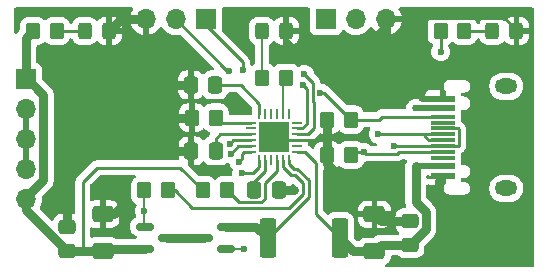
<source format=gtl>
%TF.GenerationSoftware,KiCad,Pcbnew,8.0.4*%
%TF.CreationDate,2025-01-04T18:23:54+00:00*%
%TF.ProjectId,ap3372s_usbpd,61703333-3732-4735-9f75-736270642e6b,rev?*%
%TF.SameCoordinates,Original*%
%TF.FileFunction,Copper,L1,Top*%
%TF.FilePolarity,Positive*%
%FSLAX46Y46*%
G04 Gerber Fmt 4.6, Leading zero omitted, Abs format (unit mm)*
G04 Created by KiCad (PCBNEW 8.0.4) date 2025-01-04 18:23:54*
%MOMM*%
%LPD*%
G01*
G04 APERTURE LIST*
G04 Aperture macros list*
%AMRoundRect*
0 Rectangle with rounded corners*
0 $1 Rounding radius*
0 $2 $3 $4 $5 $6 $7 $8 $9 X,Y pos of 4 corners*
0 Add a 4 corners polygon primitive as box body*
4,1,4,$2,$3,$4,$5,$6,$7,$8,$9,$2,$3,0*
0 Add four circle primitives for the rounded corners*
1,1,$1+$1,$2,$3*
1,1,$1+$1,$4,$5*
1,1,$1+$1,$6,$7*
1,1,$1+$1,$8,$9*
0 Add four rect primitives between the rounded corners*
20,1,$1+$1,$2,$3,$4,$5,0*
20,1,$1+$1,$4,$5,$6,$7,0*
20,1,$1+$1,$6,$7,$8,$9,0*
20,1,$1+$1,$8,$9,$2,$3,0*%
G04 Aperture macros list end*
%TA.AperFunction,ComponentPad*%
%ADD10R,1.700000X1.700000*%
%TD*%
%TA.AperFunction,ComponentPad*%
%ADD11O,1.700000X1.700000*%
%TD*%
%TA.AperFunction,SMDPad,CuDef*%
%ADD12RoundRect,0.150000X-0.587500X-0.150000X0.587500X-0.150000X0.587500X0.150000X-0.587500X0.150000X0*%
%TD*%
%TA.AperFunction,SMDPad,CuDef*%
%ADD13RoundRect,0.250000X0.650000X-0.412500X0.650000X0.412500X-0.650000X0.412500X-0.650000X-0.412500X0*%
%TD*%
%TA.AperFunction,SMDPad,CuDef*%
%ADD14RoundRect,0.250000X0.475000X-0.337500X0.475000X0.337500X-0.475000X0.337500X-0.475000X-0.337500X0*%
%TD*%
%TA.AperFunction,SMDPad,CuDef*%
%ADD15RoundRect,0.250000X0.350000X0.450000X-0.350000X0.450000X-0.350000X-0.450000X0.350000X-0.450000X0*%
%TD*%
%TA.AperFunction,SMDPad,CuDef*%
%ADD16RoundRect,0.250000X0.325000X0.450000X-0.325000X0.450000X-0.325000X-0.450000X0.325000X-0.450000X0*%
%TD*%
%TA.AperFunction,SMDPad,CuDef*%
%ADD17RoundRect,0.250000X-0.350000X-0.450000X0.350000X-0.450000X0.350000X0.450000X-0.350000X0.450000X0*%
%TD*%
%TA.AperFunction,SMDPad,CuDef*%
%ADD18RoundRect,0.250000X-0.337500X-0.475000X0.337500X-0.475000X0.337500X0.475000X-0.337500X0.475000X0*%
%TD*%
%TA.AperFunction,SMDPad,CuDef*%
%ADD19RoundRect,0.249999X0.450001X1.425001X-0.450001X1.425001X-0.450001X-1.425001X0.450001X-1.425001X0*%
%TD*%
%TA.AperFunction,SMDPad,CuDef*%
%ADD20RoundRect,0.250000X0.337500X0.475000X-0.337500X0.475000X-0.337500X-0.475000X0.337500X-0.475000X0*%
%TD*%
%TA.AperFunction,SMDPad,CuDef*%
%ADD21RoundRect,0.150000X0.587500X0.150000X-0.587500X0.150000X-0.587500X-0.150000X0.587500X-0.150000X0*%
%TD*%
%TA.AperFunction,SMDPad,CuDef*%
%ADD22RoundRect,0.062500X0.350000X0.062500X-0.350000X0.062500X-0.350000X-0.062500X0.350000X-0.062500X0*%
%TD*%
%TA.AperFunction,SMDPad,CuDef*%
%ADD23RoundRect,0.062500X0.062500X0.350000X-0.062500X0.350000X-0.062500X-0.350000X0.062500X-0.350000X0*%
%TD*%
%TA.AperFunction,HeatsinkPad*%
%ADD24R,2.600000X2.600000*%
%TD*%
%TA.AperFunction,SMDPad,CuDef*%
%ADD25R,2.000000X0.600000*%
%TD*%
%TA.AperFunction,SMDPad,CuDef*%
%ADD26R,2.000000X0.300000*%
%TD*%
%TA.AperFunction,ComponentPad*%
%ADD27O,1.900000X1.300000*%
%TD*%
%TA.AperFunction,ViaPad*%
%ADD28C,0.600000*%
%TD*%
%TA.AperFunction,Conductor*%
%ADD29C,0.750000*%
%TD*%
%TA.AperFunction,Conductor*%
%ADD30C,0.500000*%
%TD*%
%TA.AperFunction,Conductor*%
%ADD31C,0.250000*%
%TD*%
%TA.AperFunction,Conductor*%
%ADD32C,0.200000*%
%TD*%
G04 APERTURE END LIST*
D10*
%TO.P,J11,1,Pin_1*%
%TO.N,/VOUT*%
X51500000Y-57080000D03*
D11*
%TO.P,J11,2,Pin_2*%
%TO.N,GND2*%
X51500000Y-59620000D03*
%TO.P,J11,3,Pin_3*%
X51500000Y-62160000D03*
%TO.P,J11,4,Pin_4*%
X51500000Y-64700000D03*
%TO.P,J11,5,Pin_5*%
%TO.N,/VOUT*%
X51500000Y-67240000D03*
%TD*%
D12*
%TO.P,Q2,1,G*%
%TO.N,/G*%
X61562500Y-69550000D03*
%TO.P,Q2,2,S*%
%TO.N,/VOUT*%
X61562500Y-71450000D03*
%TO.P,Q2,3,D*%
%TO.N,/D*%
X63437500Y-70500000D03*
%TD*%
D13*
%TO.P,C9,1*%
%TO.N,/VBUS*%
X81000000Y-71650000D03*
%TO.P,C9,2*%
%TO.N,GND2*%
X81000000Y-68525000D03*
%TD*%
D14*
%TO.P,C14,1*%
%TO.N,/VOUT*%
X55000000Y-71630000D03*
%TO.P,C14,2*%
%TO.N,GND2*%
X55000000Y-69555000D03*
%TD*%
D15*
%TO.P,R12,1*%
%TO.N,Net-(U2-PWR_EN)*%
X63500000Y-66500000D03*
%TO.P,R12,2*%
%TO.N,/G*%
X61500000Y-66500000D03*
%TD*%
D13*
%TO.P,C13,1*%
%TO.N,/VOUT*%
X58000000Y-71630000D03*
%TO.P,C13,2*%
%TO.N,GND2*%
X58000000Y-68505000D03*
%TD*%
D16*
%TO.P,D3,1,K*%
%TO.N,GND2*%
X93025000Y-53000000D03*
%TO.P,D3,2,A*%
%TO.N,Net-(D3-A)*%
X90975000Y-53000000D03*
%TD*%
%TO.P,D5,1,K*%
%TO.N,GND2*%
X58525000Y-53000000D03*
%TO.P,D5,2,A*%
%TO.N,Net-(D5-A)*%
X56475000Y-53000000D03*
%TD*%
D14*
%TO.P,C8,1*%
%TO.N,/VBUS*%
X84000000Y-71125000D03*
%TO.P,C8,2*%
%TO.N,GND2*%
X84000000Y-69050000D03*
%TD*%
D15*
%TO.P,R14,1*%
%TO.N,Net-(U2-LED)*%
X73500000Y-56950000D03*
%TO.P,R14,2*%
%TO.N,Net-(D4-A)*%
X71500000Y-56950000D03*
%TD*%
D17*
%TO.P,R10,1*%
%TO.N,/VBUS*%
X86600000Y-53000000D03*
%TO.P,R10,2*%
%TO.N,Net-(D3-A)*%
X88600000Y-53000000D03*
%TD*%
D15*
%TO.P,R9,1*%
%TO.N,Net-(J8-CC2)*%
X79000000Y-60500000D03*
%TO.P,R9,2*%
%TO.N,GND2*%
X77000000Y-60500000D03*
%TD*%
D18*
%TO.P,C11,1*%
%TO.N,Net-(U2-V5V)*%
X70800000Y-66460000D03*
%TO.P,C11,2*%
%TO.N,GND2*%
X72875000Y-66460000D03*
%TD*%
D16*
%TO.P,D4,1,K*%
%TO.N,GND2*%
X73525000Y-53000000D03*
%TO.P,D4,2,A*%
%TO.N,Net-(D4-A)*%
X71475000Y-53000000D03*
%TD*%
D19*
%TO.P,R11,1*%
%TO.N,/VBUS*%
X78050000Y-70500000D03*
%TO.P,R11,2*%
%TO.N,/VSENSE*%
X71950000Y-70500000D03*
%TD*%
D17*
%TO.P,R15,1*%
%TO.N,/VOUT*%
X52100000Y-53000000D03*
%TO.P,R15,2*%
%TO.N,Net-(D5-A)*%
X54100000Y-53000000D03*
%TD*%
D20*
%TO.P,C10,1*%
%TO.N,Net-(U2-V18)*%
X67515000Y-57560000D03*
%TO.P,C10,2*%
%TO.N,GND2*%
X65440000Y-57560000D03*
%TD*%
D10*
%TO.P,J10,1,Pin_1*%
%TO.N,/SDA'*%
X66720000Y-52000000D03*
D11*
%TO.P,J10,2,Pin_2*%
%TO.N,/SCL'*%
X64180000Y-52000000D03*
%TO.P,J10,3,Pin_3*%
%TO.N,GND2*%
X61640000Y-52000000D03*
%TD*%
D15*
%TO.P,TH1,1*%
%TO.N,Net-(U2-OTP)*%
X67550000Y-60330000D03*
%TO.P,TH1,2*%
%TO.N,GND2*%
X65550000Y-60330000D03*
%TD*%
D21*
%TO.P,Q1,1,G*%
%TO.N,/G*%
X68437500Y-71450000D03*
%TO.P,Q1,2,S*%
%TO.N,/VSENSE*%
X68437500Y-69550000D03*
%TO.P,Q1,3,D*%
%TO.N,/D*%
X66562500Y-70500000D03*
%TD*%
D15*
%TO.P,R8,1*%
%TO.N,Net-(J8-CC1)*%
X79000000Y-63500000D03*
%TO.P,R8,2*%
%TO.N,GND2*%
X77000000Y-63500000D03*
%TD*%
%TO.P,R13,1*%
%TO.N,Net-(U2-VOUT)*%
X68500000Y-66500000D03*
%TO.P,R13,2*%
%TO.N,/VOUT*%
X66500000Y-66500000D03*
%TD*%
D20*
%TO.P,C12,1*%
%TO.N,Net-(U2-IFB)*%
X67575000Y-63150000D03*
%TO.P,C12,2*%
%TO.N,GND2*%
X65500000Y-63150000D03*
%TD*%
D10*
%TO.P,J9,1,Pin_1*%
%TO.N,/DN*%
X76880000Y-52000000D03*
D11*
%TO.P,J9,2,Pin_2*%
%TO.N,/DP*%
X79420000Y-52000000D03*
%TO.P,J9,3,Pin_3*%
%TO.N,GND2*%
X81960000Y-52000000D03*
%TD*%
D22*
%TO.P,U2,1,ISENP*%
%TO.N,/VBUS*%
X74437500Y-63250000D03*
%TO.P,U2,2,NC*%
%TO.N,unconnected-(U2-NC-Pad2)*%
X74437500Y-62750000D03*
%TO.P,U2,3,GND*%
%TO.N,GND2*%
X74437500Y-62250000D03*
%TO.P,U2,4,SDA*%
%TO.N,/SDA'*%
X74437500Y-61750000D03*
%TO.P,U2,5,SCL*%
%TO.N,/SCL'*%
X74437500Y-61250000D03*
%TO.P,U2,6,FLIP*%
%TO.N,unconnected-(U2-FLIP-Pad6)*%
X74437500Y-60750000D03*
D23*
%TO.P,U2,7,NC*%
%TO.N,unconnected-(U2-NC-Pad7)*%
X73750000Y-60062500D03*
%TO.P,U2,8,LED*%
%TO.N,Net-(U2-LED)*%
X73250000Y-60062500D03*
%TO.P,U2,9,INT*%
%TO.N,unconnected-(U2-INT-Pad9)*%
X72750000Y-60062500D03*
%TO.P,U2,10,NC*%
%TO.N,unconnected-(U2-NC-Pad10)*%
X72250000Y-60062500D03*
%TO.P,U2,11,NC*%
%TO.N,unconnected-(U2-NC-Pad11)*%
X71750000Y-60062500D03*
%TO.P,U2,12,V18*%
%TO.N,Net-(U2-V18)*%
X71250000Y-60062500D03*
D22*
%TO.P,U2,13,OTP*%
%TO.N,Net-(U2-OTP)*%
X70562500Y-60750000D03*
%TO.P,U2,14,NC*%
%TO.N,unconnected-(U2-NC-Pad14)*%
X70562500Y-61250000D03*
%TO.P,U2,15,IFB*%
%TO.N,Net-(U2-IFB)*%
X70562500Y-61750000D03*
%TO.P,U2,16,CC2*%
%TO.N,Net-(J8-CC2)*%
X70562500Y-62250000D03*
%TO.P,U2,17,CC1*%
%TO.N,Net-(J8-CC1)*%
X70562500Y-62750000D03*
%TO.P,U2,18,DN*%
%TO.N,/DN*%
X70562500Y-63250000D03*
D23*
%TO.P,U2,19,DP*%
%TO.N,/DP*%
X71250000Y-63937500D03*
%TO.P,U2,20,V5V*%
%TO.N,Net-(U2-V5V)*%
X71750000Y-63937500D03*
%TO.P,U2,21,NC*%
%TO.N,unconnected-(U2-NC-Pad21)*%
X72250000Y-63937500D03*
%TO.P,U2,22,VOUT*%
%TO.N,Net-(U2-VOUT)*%
X72750000Y-63937500D03*
%TO.P,U2,23,PWR_EN*%
%TO.N,Net-(U2-PWR_EN)*%
X73250000Y-63937500D03*
%TO.P,U2,24,VCC*%
%TO.N,/VSENSE*%
X73750000Y-63937500D03*
D24*
%TO.P,U2,25,EP*%
%TO.N,GND2*%
X72500000Y-62000000D03*
%TD*%
D25*
%TO.P,J8,A1,GND*%
%TO.N,GND2*%
X86793500Y-65250000D03*
%TO.P,J8,A4,VBUS*%
%TO.N,/VBUS*%
X86793500Y-64450000D03*
D26*
%TO.P,J8,A5,CC1*%
%TO.N,Net-(J8-CC1)*%
X86793500Y-63250000D03*
%TO.P,J8,A6,D+*%
%TO.N,/DN*%
X86793500Y-62250000D03*
%TO.P,J8,A7,D-*%
X86793500Y-61750000D03*
%TO.P,J8,A8,SBU1*%
%TO.N,unconnected-(J8-SBU1-PadA8)*%
X86793500Y-60750000D03*
D25*
%TO.P,J8,A9,VBUS*%
%TO.N,/VBUS*%
X86793500Y-59550000D03*
%TO.P,J8,A12,GND*%
%TO.N,GND2*%
X86793500Y-58750000D03*
%TO.P,J8,B1,GND*%
X86793500Y-58750000D03*
%TO.P,J8,B4,VBUS*%
%TO.N,/VBUS*%
X86793500Y-59550000D03*
D26*
%TO.P,J8,B5,CC2*%
%TO.N,Net-(J8-CC2)*%
X86793500Y-60250000D03*
%TO.P,J8,B6,D+*%
%TO.N,/DP*%
X86793500Y-61250000D03*
%TO.P,J8,B7,D-*%
X86793500Y-62750000D03*
%TO.P,J8,B8,SBU2*%
%TO.N,unconnected-(J8-SBU2-PadB8)*%
X86793500Y-63750000D03*
D25*
%TO.P,J8,B9,VBUS*%
%TO.N,/VBUS*%
X86793500Y-64450000D03*
%TO.P,J8,B12,GND*%
%TO.N,GND2*%
X86793500Y-65250000D03*
D27*
%TO.P,J8,S1,SHIELD*%
%TO.N,unconnected-(J8-SHIELD-PadS1)_1*%
X92163500Y-66320000D03*
%TO.N,unconnected-(J8-SHIELD-PadS1)*%
X92163500Y-57680000D03*
%TD*%
D28*
%TO.N,GND2*%
X63720000Y-63150000D03*
X84595000Y-58285000D03*
X59830000Y-67650000D03*
X74180000Y-66460000D03*
X63730000Y-60340000D03*
X79190000Y-66460000D03*
X75000000Y-55300000D03*
X86840000Y-68130000D03*
X77010000Y-62060000D03*
X55010000Y-67420000D03*
X63730000Y-57570000D03*
X82590000Y-69050000D03*
%TO.N,Net-(J8-CC1)*%
X68820000Y-63410000D03*
X80080000Y-63260000D03*
%TO.N,/DN*%
X69500000Y-64050000D03*
X81330000Y-61730000D03*
%TO.N,/DP*%
X69760000Y-65010000D03*
X82670000Y-62750000D03*
%TO.N,Net-(J8-CC2)*%
X68780000Y-62530000D03*
X76420000Y-58240000D03*
%TO.N,/VBUS*%
X86610000Y-54760000D03*
X84500000Y-59550000D03*
X84500000Y-64460000D03*
%TO.N,/SCL'*%
X68690000Y-56350000D03*
X74940000Y-57550000D03*
%TO.N,/SDA'*%
X69830000Y-56300000D03*
X75055926Y-56664074D03*
%TO.N,/G*%
X61500000Y-68240000D03*
X69990000Y-71450000D03*
%TD*%
D29*
%TO.N,GND2*%
X79360000Y-55300000D02*
X75000000Y-55300000D01*
D30*
X85050000Y-58750000D02*
X84580000Y-58280000D01*
D29*
X81960000Y-52700000D02*
X79360000Y-55300000D01*
X77000000Y-62070000D02*
X77010000Y-62060000D01*
X77010000Y-62060000D02*
X77000000Y-62050000D01*
X81960000Y-52000000D02*
X81960000Y-55660000D01*
D31*
X74437500Y-62250000D02*
X72750000Y-62250000D01*
D29*
X77000000Y-63500000D02*
X77000000Y-62070000D01*
X59525000Y-52000000D02*
X58525000Y-53000000D01*
D31*
X81960000Y-52000000D02*
X82035000Y-51925000D01*
D29*
X55000000Y-67430000D02*
X55010000Y-67420000D01*
D31*
X92025000Y-51925000D02*
X93100000Y-53000000D01*
D29*
X82590000Y-69050000D02*
X81525000Y-69050000D01*
D31*
X72750000Y-62250000D02*
X72500000Y-62000000D01*
D29*
X72875000Y-66460000D02*
X74180000Y-66460000D01*
X77000000Y-64270000D02*
X77000000Y-63500000D01*
X81960000Y-52000000D02*
X81960000Y-52700000D01*
D31*
X82035000Y-51925000D02*
X92025000Y-51925000D01*
D29*
X79190000Y-66460000D02*
X77000000Y-64270000D01*
X58000000Y-68505000D02*
X58975000Y-68505000D01*
X63730000Y-60340000D02*
X63720000Y-60330000D01*
D30*
X86383500Y-67673500D02*
X86840000Y-68130000D01*
D29*
X63730000Y-57570000D02*
X63720000Y-57560000D01*
X55000000Y-69555000D02*
X55000000Y-67430000D01*
D30*
X86793500Y-58750000D02*
X85050000Y-58750000D01*
D29*
X81525000Y-69050000D02*
X81000000Y-68525000D01*
X65440000Y-57560000D02*
X63730000Y-57570000D01*
X77000000Y-62050000D02*
X77000000Y-60500000D01*
D30*
X73525000Y-53000000D02*
X73525000Y-53825000D01*
D29*
X65550000Y-60330000D02*
X63730000Y-60340000D01*
X61640000Y-52000000D02*
X59525000Y-52000000D01*
D31*
X76820000Y-62250000D02*
X77010000Y-62060000D01*
D29*
X84000000Y-69050000D02*
X82590000Y-69050000D01*
D31*
X74437500Y-62250000D02*
X76820000Y-62250000D01*
D29*
X65500000Y-63150000D02*
X63720000Y-63150000D01*
D30*
X73525000Y-53825000D02*
X75000000Y-55300000D01*
D29*
X58975000Y-68505000D02*
X59830000Y-67650000D01*
D30*
X86793500Y-65250000D02*
X86383500Y-65660000D01*
D29*
X81960000Y-55660000D02*
X84580000Y-58280000D01*
D30*
X86383500Y-65660000D02*
X86383500Y-67673500D01*
D31*
%TO.N,Net-(U2-V18)*%
X69670000Y-57560000D02*
X67515000Y-57560000D01*
X71250000Y-59140000D02*
X69670000Y-57560000D01*
X71250000Y-60062500D02*
X71250000Y-59140000D01*
%TO.N,Net-(U2-V5V)*%
X70800000Y-66460000D02*
X70800000Y-65770000D01*
X70800000Y-65770000D02*
X71750000Y-64820000D01*
X71750000Y-64820000D02*
X71750000Y-63937500D01*
%TO.N,Net-(U2-IFB)*%
X67930000Y-61750000D02*
X67575000Y-62105000D01*
X67575000Y-62105000D02*
X67575000Y-63150000D01*
X70562500Y-61750000D02*
X67930000Y-61750000D01*
%TO.N,Net-(J8-CC1)*%
X80080000Y-63260000D02*
X79240000Y-63260000D01*
X86793500Y-63250000D02*
X83053884Y-63250000D01*
X82928884Y-63375000D02*
X80195000Y-63375000D01*
X69443884Y-62750000D02*
X70562500Y-62750000D01*
X68820000Y-63373884D02*
X69443884Y-62750000D01*
X68820000Y-63410000D02*
X68820000Y-63373884D01*
X83053884Y-63250000D02*
X82928884Y-63375000D01*
X79240000Y-63260000D02*
X79000000Y-63500000D01*
X80195000Y-63375000D02*
X80080000Y-63260000D01*
%TO.N,/DN*%
X70562500Y-63250000D02*
X69970000Y-63250000D01*
X69820000Y-63400000D02*
X69820000Y-63730000D01*
X81330000Y-61730000D02*
X81350000Y-61750000D01*
X69500000Y-64050000D02*
X69510000Y-64060000D01*
X69820000Y-63730000D02*
X69500000Y-64050000D01*
X81350000Y-61750000D02*
X86793500Y-61750000D01*
X85320000Y-61750000D02*
X85320000Y-61980000D01*
X85590000Y-62250000D02*
X86793500Y-62250000D01*
X85320000Y-61980000D02*
X85590000Y-62250000D01*
X69970000Y-63250000D02*
X69820000Y-63400000D01*
%TO.N,/DP*%
X86793500Y-61250000D02*
X88093500Y-61250000D01*
X88093500Y-62750000D02*
X86793500Y-62750000D01*
X70710000Y-65010000D02*
X69760000Y-65010000D01*
X88118500Y-61275000D02*
X88118500Y-62725000D01*
X88093500Y-61250000D02*
X88118500Y-61275000D01*
X71250000Y-63937500D02*
X71250000Y-64470000D01*
X86793500Y-62750000D02*
X82670000Y-62750000D01*
X88118500Y-62725000D02*
X88093500Y-62750000D01*
X71250000Y-64470000D02*
X70710000Y-65010000D01*
%TO.N,Net-(J8-CC2)*%
X86793500Y-60250000D02*
X81620000Y-60250000D01*
X81620000Y-60250000D02*
X81370000Y-60500000D01*
X81370000Y-60500000D02*
X79000000Y-60500000D01*
X76420000Y-58240000D02*
X76740000Y-58240000D01*
X68780000Y-62530000D02*
X69060000Y-62250000D01*
X69060000Y-62250000D02*
X70562500Y-62250000D01*
X76740000Y-58240000D02*
X79000000Y-60500000D01*
D29*
%TO.N,/VOUT*%
X58000000Y-71630000D02*
X56310000Y-71630000D01*
X56310000Y-71630000D02*
X55000000Y-71630000D01*
X51500000Y-53600000D02*
X52100000Y-53000000D01*
X52975000Y-58395000D02*
X51500000Y-56920000D01*
X51500000Y-56920000D02*
X51500000Y-53600000D01*
X61562500Y-71450000D02*
X58180000Y-71450000D01*
X58007500Y-71637500D02*
X58000000Y-71630000D01*
X52975000Y-65605000D02*
X52975000Y-58395000D01*
X51500000Y-68130000D02*
X51500000Y-67080000D01*
D31*
X64570000Y-64570000D02*
X66500000Y-66500000D01*
X56310000Y-65740000D02*
X57480000Y-64570000D01*
D29*
X51500000Y-67080000D02*
X52975000Y-65605000D01*
X55000000Y-71630000D02*
X51500000Y-68130000D01*
X58180000Y-71450000D02*
X58000000Y-71630000D01*
D31*
X57480000Y-64570000D02*
X64570000Y-64570000D01*
X56310000Y-71630000D02*
X56310000Y-65740000D01*
%TO.N,Net-(D3-A)*%
X88600000Y-53000000D02*
X91050000Y-53000000D01*
%TO.N,Net-(U2-PWR_EN)*%
X74275394Y-65170000D02*
X73949548Y-65170000D01*
X63500000Y-66500000D02*
X64100000Y-66500000D01*
X74930000Y-66812894D02*
X74930000Y-65824606D01*
X73752894Y-67990000D02*
X74930000Y-66812894D01*
X74930000Y-65824606D02*
X74275394Y-65170000D01*
X64100000Y-66500000D02*
X65590000Y-67990000D01*
X73250000Y-64470452D02*
X73250000Y-63937500D01*
X65590000Y-67990000D02*
X73752894Y-67990000D01*
X73949548Y-65170000D02*
X73250000Y-64470452D01*
%TO.N,Net-(U2-VOUT)*%
X71712500Y-65867500D02*
X71712500Y-67180100D01*
X71712500Y-67180100D02*
X71382600Y-67510000D01*
X71382600Y-67510000D02*
X69510000Y-67510000D01*
X72750000Y-63937500D02*
X72750000Y-64830000D01*
X69510000Y-67510000D02*
X68500000Y-66500000D01*
X72750000Y-64830000D02*
X71712500Y-65867500D01*
D32*
%TO.N,Net-(D4-A)*%
X71500000Y-56950000D02*
X71500000Y-53025000D01*
X71500000Y-53025000D02*
X71475000Y-53000000D01*
%TO.N,Net-(U2-LED)*%
X73250000Y-57200000D02*
X73500000Y-56950000D01*
X73250000Y-60062500D02*
X73250000Y-57200000D01*
D31*
%TO.N,Net-(U2-OTP)*%
X70562500Y-60750000D02*
X67970000Y-60750000D01*
X67970000Y-60750000D02*
X67550000Y-60330000D01*
D29*
%TO.N,/VBUS*%
X81525000Y-71125000D02*
X81000000Y-71650000D01*
X85350000Y-69775000D02*
X84000000Y-71125000D01*
X84500000Y-64460000D02*
X84500000Y-67493136D01*
D30*
X86793500Y-59550000D02*
X84420000Y-59550000D01*
D29*
X81000000Y-71650000D02*
X79200000Y-71650000D01*
X84000000Y-71125000D02*
X81525000Y-71125000D01*
D31*
X76025000Y-64155000D02*
X76025000Y-68475000D01*
D29*
X85350000Y-68343136D02*
X85350000Y-69775000D01*
D31*
X86600000Y-53000000D02*
X86600000Y-54750000D01*
X86600000Y-54750000D02*
X86610000Y-54760000D01*
X75120000Y-63250000D02*
X76025000Y-64155000D01*
X76025000Y-68475000D02*
X78050000Y-70500000D01*
D29*
X79200000Y-71650000D02*
X78050000Y-70500000D01*
D30*
X86793500Y-64450000D02*
X84420000Y-64450000D01*
D29*
X84500000Y-67493136D02*
X85350000Y-68343136D01*
D31*
X74437500Y-63250000D02*
X75120000Y-63250000D01*
%TO.N,/VSENSE*%
X75430000Y-67020000D02*
X71950000Y-70500000D01*
D29*
X71000000Y-69550000D02*
X71950000Y-70500000D01*
D31*
X75430000Y-65617499D02*
X75430000Y-67020000D01*
X73750000Y-64263346D02*
X74156654Y-64670000D01*
X73750000Y-63937500D02*
X73750000Y-64263346D01*
X74482501Y-64670000D02*
X75430000Y-65617499D01*
X74156654Y-64670000D02*
X74482501Y-64670000D01*
D29*
X68437500Y-69550000D02*
X71000000Y-69550000D01*
D31*
%TO.N,/SCL'*%
X68530000Y-56350000D02*
X64180000Y-52000000D01*
X74940000Y-57550000D02*
X75270000Y-57880000D01*
X75270000Y-60879740D02*
X74899740Y-61250000D01*
X68690000Y-56350000D02*
X68530000Y-56350000D01*
X75270000Y-57880000D02*
X75270000Y-60879740D01*
X74899740Y-61250000D02*
X74437500Y-61250000D01*
%TO.N,/SDA'*%
X66720000Y-52530000D02*
X66720000Y-52000000D01*
X75795000Y-58958884D02*
X75890000Y-59053884D01*
X75370000Y-61750000D02*
X74437500Y-61750000D01*
X75795000Y-57403148D02*
X75795000Y-58958884D01*
X75890000Y-61230000D02*
X75370000Y-61750000D01*
X69830000Y-56300000D02*
X69830000Y-55640000D01*
X69830000Y-55640000D02*
X66720000Y-52530000D01*
X75055926Y-56664074D02*
X75795000Y-57403148D01*
X75890000Y-59053884D02*
X75890000Y-61230000D01*
%TO.N,Net-(D5-A)*%
X56475000Y-53000000D02*
X54100000Y-53000000D01*
D29*
%TO.N,/D*%
X66562500Y-70500000D02*
X63437500Y-70500000D01*
D32*
%TO.N,/G*%
X61500000Y-66500000D02*
X61500000Y-68240000D01*
X61500000Y-68240000D02*
X61500000Y-69487500D01*
X68437500Y-71450000D02*
X69990000Y-71450000D01*
X61500000Y-69487500D02*
X61562500Y-69550000D01*
%TD*%
%TA.AperFunction,Conductor*%
%TO.N,GND2*%
G36*
X75472539Y-51019685D02*
G01*
X75518294Y-51072489D01*
X75529500Y-51124000D01*
X75529500Y-52897870D01*
X75529501Y-52897876D01*
X75535908Y-52957483D01*
X75586202Y-53092328D01*
X75586206Y-53092335D01*
X75672452Y-53207544D01*
X75672455Y-53207547D01*
X75787664Y-53293793D01*
X75787671Y-53293797D01*
X75922517Y-53344091D01*
X75922516Y-53344091D01*
X75927493Y-53344626D01*
X75982127Y-53350500D01*
X77777872Y-53350499D01*
X77837483Y-53344091D01*
X77972331Y-53293796D01*
X78087546Y-53207546D01*
X78173796Y-53092331D01*
X78222810Y-52960916D01*
X78264681Y-52904984D01*
X78330145Y-52880566D01*
X78398418Y-52895417D01*
X78426673Y-52916569D01*
X78548599Y-53038495D01*
X78645384Y-53106265D01*
X78742165Y-53174032D01*
X78742167Y-53174033D01*
X78742170Y-53174035D01*
X78956337Y-53273903D01*
X79184592Y-53335063D01*
X79361034Y-53350500D01*
X79419999Y-53355659D01*
X79420000Y-53355659D01*
X79420001Y-53355659D01*
X79478966Y-53350500D01*
X79655408Y-53335063D01*
X79883663Y-53273903D01*
X80097830Y-53174035D01*
X80291401Y-53038495D01*
X80458495Y-52871401D01*
X80588730Y-52685405D01*
X80643307Y-52641781D01*
X80712805Y-52634587D01*
X80775160Y-52666110D01*
X80791879Y-52685405D01*
X80921890Y-52871078D01*
X81088917Y-53038105D01*
X81282421Y-53173600D01*
X81496507Y-53273429D01*
X81496516Y-53273433D01*
X81710000Y-53330634D01*
X81710000Y-52433012D01*
X81767007Y-52465925D01*
X81894174Y-52500000D01*
X82025826Y-52500000D01*
X82152993Y-52465925D01*
X82210000Y-52433012D01*
X82210000Y-53330634D01*
X82423483Y-53273433D01*
X82423492Y-53273429D01*
X82637578Y-53173600D01*
X82831082Y-53038105D01*
X82998105Y-52871082D01*
X83133600Y-52677578D01*
X83216413Y-52499983D01*
X85499500Y-52499983D01*
X85499500Y-53500001D01*
X85499501Y-53500019D01*
X85510000Y-53602796D01*
X85510001Y-53602799D01*
X85565115Y-53769119D01*
X85565186Y-53769334D01*
X85657288Y-53918656D01*
X85781344Y-54042712D01*
X85915597Y-54125519D01*
X85962321Y-54177465D01*
X85974500Y-54231057D01*
X85974500Y-54231059D01*
X85955494Y-54297031D01*
X85884211Y-54410476D01*
X85824631Y-54580745D01*
X85824630Y-54580750D01*
X85804435Y-54759996D01*
X85804435Y-54760003D01*
X85824630Y-54939249D01*
X85824631Y-54939254D01*
X85884211Y-55109523D01*
X85966989Y-55241263D01*
X85980184Y-55262262D01*
X86107738Y-55389816D01*
X86260478Y-55485789D01*
X86428079Y-55544435D01*
X86430745Y-55545368D01*
X86430750Y-55545369D01*
X86609996Y-55565565D01*
X86610000Y-55565565D01*
X86610004Y-55565565D01*
X86789249Y-55545369D01*
X86789252Y-55545368D01*
X86789255Y-55545368D01*
X86959522Y-55485789D01*
X87112262Y-55389816D01*
X87239816Y-55262262D01*
X87335789Y-55109522D01*
X87395368Y-54939255D01*
X87415565Y-54760000D01*
X87395368Y-54580745D01*
X87335789Y-54410478D01*
X87335788Y-54410476D01*
X87335788Y-54410475D01*
X87258919Y-54288141D01*
X87239918Y-54220904D01*
X87260285Y-54154069D01*
X87298814Y-54116630D01*
X87418656Y-54042712D01*
X87512319Y-53949049D01*
X87573642Y-53915564D01*
X87643334Y-53920548D01*
X87687681Y-53949049D01*
X87781344Y-54042712D01*
X87930666Y-54134814D01*
X88097203Y-54189999D01*
X88199991Y-54200500D01*
X89000008Y-54200499D01*
X89000016Y-54200498D01*
X89000019Y-54200498D01*
X89056302Y-54194748D01*
X89102797Y-54189999D01*
X89269334Y-54134814D01*
X89418656Y-54042712D01*
X89542712Y-53918656D01*
X89634814Y-53769334D01*
X89654311Y-53710493D01*
X89694084Y-53653051D01*
X89758600Y-53626228D01*
X89772017Y-53625500D01*
X89827983Y-53625500D01*
X89895022Y-53645185D01*
X89940777Y-53697989D01*
X89945686Y-53710489D01*
X89965186Y-53769334D01*
X90057288Y-53918656D01*
X90181344Y-54042712D01*
X90330666Y-54134814D01*
X90497203Y-54189999D01*
X90599991Y-54200500D01*
X91350008Y-54200499D01*
X91350016Y-54200498D01*
X91350019Y-54200498D01*
X91406302Y-54194748D01*
X91452797Y-54189999D01*
X91619334Y-54134814D01*
X91768656Y-54042712D01*
X91892712Y-53918656D01*
X91894752Y-53915347D01*
X91896745Y-53913555D01*
X91897193Y-53912989D01*
X91897289Y-53913065D01*
X91946694Y-53868623D01*
X92015656Y-53857395D01*
X92079740Y-53885234D01*
X92105829Y-53915339D01*
X92107681Y-53918341D01*
X92107683Y-53918344D01*
X92231654Y-54042315D01*
X92380875Y-54134356D01*
X92380880Y-54134358D01*
X92547302Y-54189505D01*
X92547309Y-54189506D01*
X92650019Y-54199999D01*
X92774999Y-54199999D01*
X93275000Y-54199999D01*
X93399972Y-54199999D01*
X93399986Y-54199998D01*
X93502697Y-54189505D01*
X93669119Y-54134358D01*
X93669124Y-54134356D01*
X93818345Y-54042315D01*
X93942315Y-53918345D01*
X94034356Y-53769124D01*
X94034358Y-53769119D01*
X94089505Y-53602697D01*
X94089506Y-53602690D01*
X94099999Y-53499986D01*
X94100000Y-53499973D01*
X94100000Y-53250000D01*
X93275000Y-53250000D01*
X93275000Y-54199999D01*
X92774999Y-54199999D01*
X92775000Y-54199998D01*
X92775000Y-52750000D01*
X93275000Y-52750000D01*
X94099999Y-52750000D01*
X94099999Y-52500028D01*
X94099998Y-52500013D01*
X94089505Y-52397302D01*
X94034358Y-52230880D01*
X94034356Y-52230875D01*
X93942315Y-52081654D01*
X93818345Y-51957684D01*
X93669124Y-51865643D01*
X93669119Y-51865641D01*
X93502697Y-51810494D01*
X93502690Y-51810493D01*
X93399986Y-51800000D01*
X93275000Y-51800000D01*
X93275000Y-52750000D01*
X92775000Y-52750000D01*
X92775000Y-51800000D01*
X92650027Y-51800000D01*
X92650012Y-51800001D01*
X92547302Y-51810494D01*
X92380880Y-51865641D01*
X92380875Y-51865643D01*
X92231654Y-51957684D01*
X92107683Y-52081655D01*
X92107679Y-52081660D01*
X92105826Y-52084665D01*
X92104018Y-52086290D01*
X92103202Y-52087323D01*
X92103025Y-52087183D01*
X92053874Y-52131385D01*
X91984911Y-52142601D01*
X91920831Y-52114752D01*
X91894753Y-52084653D01*
X91894619Y-52084436D01*
X91892712Y-52081344D01*
X91768656Y-51957288D01*
X91619334Y-51865186D01*
X91452797Y-51810001D01*
X91452795Y-51810000D01*
X91350010Y-51799500D01*
X90599998Y-51799500D01*
X90599980Y-51799501D01*
X90497203Y-51810000D01*
X90497200Y-51810001D01*
X90330668Y-51865185D01*
X90330663Y-51865187D01*
X90181342Y-51957289D01*
X90057289Y-52081342D01*
X89965187Y-52230663D01*
X89965186Y-52230666D01*
X89945689Y-52289505D01*
X89905916Y-52346949D01*
X89841400Y-52373772D01*
X89827983Y-52374500D01*
X89772017Y-52374500D01*
X89704978Y-52354815D01*
X89659223Y-52302011D01*
X89654311Y-52289505D01*
X89634814Y-52230666D01*
X89542712Y-52081344D01*
X89418656Y-51957288D01*
X89269334Y-51865186D01*
X89102797Y-51810001D01*
X89102795Y-51810000D01*
X89000010Y-51799500D01*
X88199998Y-51799500D01*
X88199980Y-51799501D01*
X88097203Y-51810000D01*
X88097200Y-51810001D01*
X87930668Y-51865185D01*
X87930663Y-51865187D01*
X87781342Y-51957289D01*
X87687681Y-52050951D01*
X87626358Y-52084436D01*
X87556666Y-52079452D01*
X87512319Y-52050951D01*
X87418657Y-51957289D01*
X87418656Y-51957288D01*
X87269334Y-51865186D01*
X87102797Y-51810001D01*
X87102795Y-51810000D01*
X87000010Y-51799500D01*
X86199998Y-51799500D01*
X86199980Y-51799501D01*
X86097203Y-51810000D01*
X86097200Y-51810001D01*
X85930668Y-51865185D01*
X85930663Y-51865187D01*
X85781342Y-51957289D01*
X85657289Y-52081342D01*
X85565187Y-52230663D01*
X85565185Y-52230668D01*
X85558779Y-52250000D01*
X85510001Y-52397203D01*
X85510001Y-52397204D01*
X85510000Y-52397204D01*
X85499500Y-52499983D01*
X83216413Y-52499983D01*
X83233429Y-52463492D01*
X83233432Y-52463486D01*
X83290636Y-52250000D01*
X82393012Y-52250000D01*
X82425925Y-52192993D01*
X82460000Y-52065826D01*
X82460000Y-51934174D01*
X82425925Y-51807007D01*
X82393012Y-51750000D01*
X83290636Y-51750000D01*
X83290635Y-51749999D01*
X83233432Y-51536513D01*
X83233429Y-51536507D01*
X83133600Y-51322422D01*
X83133599Y-51322420D01*
X83044465Y-51195123D01*
X83022138Y-51128917D01*
X83039148Y-51061150D01*
X83090096Y-51013337D01*
X83146040Y-51000000D01*
X94375500Y-51000000D01*
X94442539Y-51019685D01*
X94488294Y-51072489D01*
X94499500Y-51124000D01*
X94499500Y-72876000D01*
X94479815Y-72943039D01*
X94427011Y-72988794D01*
X94375500Y-73000000D01*
X81975202Y-73000000D01*
X81908163Y-72980315D01*
X81862408Y-72927511D01*
X81852464Y-72858353D01*
X81881489Y-72794797D01*
X81936195Y-72758295D01*
X81969334Y-72747314D01*
X82118656Y-72655212D01*
X82242712Y-72531156D01*
X82334814Y-72381834D01*
X82389999Y-72215297D01*
X82396944Y-72147314D01*
X82400563Y-72111897D01*
X82426959Y-72047205D01*
X82484140Y-72007054D01*
X82523921Y-72000500D01*
X82950270Y-72000500D01*
X83017309Y-72020185D01*
X83037951Y-72036819D01*
X83056344Y-72055212D01*
X83205666Y-72147314D01*
X83372203Y-72202499D01*
X83474991Y-72213000D01*
X84525008Y-72212999D01*
X84525016Y-72212998D01*
X84525019Y-72212998D01*
X84581302Y-72207248D01*
X84627797Y-72202499D01*
X84794334Y-72147314D01*
X84943656Y-72055212D01*
X85067712Y-71931156D01*
X85159814Y-71781834D01*
X85214999Y-71615297D01*
X85225500Y-71512509D01*
X85225499Y-71189004D01*
X85245183Y-71121966D01*
X85261813Y-71101329D01*
X86030045Y-70333099D01*
X86125858Y-70189705D01*
X86191855Y-70030374D01*
X86225500Y-69861229D01*
X86225500Y-69688771D01*
X86225500Y-68256907D01*
X86191856Y-68087763D01*
X86137070Y-67955500D01*
X86125858Y-67928431D01*
X86035620Y-67793380D01*
X86030046Y-67785038D01*
X85981407Y-67736399D01*
X85908099Y-67663091D01*
X85411819Y-67166811D01*
X85378334Y-67105488D01*
X85375500Y-67079130D01*
X85375500Y-66106289D01*
X85395185Y-66039250D01*
X85447989Y-65993495D01*
X85517147Y-65983551D01*
X85542449Y-65991999D01*
X85543101Y-65990254D01*
X85686120Y-66043596D01*
X85686127Y-66043598D01*
X85745655Y-66049999D01*
X85745672Y-66050000D01*
X86543500Y-66050000D01*
X86543500Y-65500000D01*
X85499500Y-65500000D01*
X85432461Y-65480315D01*
X85386706Y-65427511D01*
X85375500Y-65376000D01*
X85375500Y-65324500D01*
X85395185Y-65257461D01*
X85447989Y-65211706D01*
X85499500Y-65200500D01*
X85546771Y-65200500D01*
X85590104Y-65208318D01*
X85686017Y-65244091D01*
X85686016Y-65244091D01*
X85692944Y-65244835D01*
X85745627Y-65250500D01*
X86919501Y-65250499D01*
X86986539Y-65270184D01*
X87032294Y-65322987D01*
X87043500Y-65374499D01*
X87043500Y-65880114D01*
X87023815Y-65947153D01*
X87007181Y-65967795D01*
X86992993Y-65981982D01*
X86992988Y-65981988D01*
X86920517Y-66107511D01*
X86920516Y-66107515D01*
X86883000Y-66247525D01*
X86883000Y-66392475D01*
X86887844Y-66410551D01*
X86920517Y-66532488D01*
X86992988Y-66658011D01*
X86992990Y-66658013D01*
X86992991Y-66658015D01*
X87095485Y-66760509D01*
X87095486Y-66760510D01*
X87095488Y-66760511D01*
X87221011Y-66832982D01*
X87221012Y-66832982D01*
X87221015Y-66832984D01*
X87361025Y-66870500D01*
X87361028Y-66870500D01*
X88605972Y-66870500D01*
X88605975Y-66870500D01*
X88745985Y-66832984D01*
X88871515Y-66760509D01*
X88974009Y-66658015D01*
X89046484Y-66532485D01*
X89084000Y-66392475D01*
X89084000Y-66247525D01*
X89079156Y-66229448D01*
X90713000Y-66229448D01*
X90713000Y-66410551D01*
X90741329Y-66589410D01*
X90797287Y-66761636D01*
X90797288Y-66761639D01*
X90879506Y-66922997D01*
X90985941Y-67069494D01*
X90985945Y-67069499D01*
X91114000Y-67197554D01*
X91114005Y-67197558D01*
X91212800Y-67269336D01*
X91260506Y-67303996D01*
X91365984Y-67357740D01*
X91421860Y-67386211D01*
X91421863Y-67386212D01*
X91489362Y-67408143D01*
X91594091Y-67442171D01*
X91676929Y-67455291D01*
X91772949Y-67470500D01*
X91772954Y-67470500D01*
X92554051Y-67470500D01*
X92640759Y-67456765D01*
X92732909Y-67442171D01*
X92905139Y-67386211D01*
X93066494Y-67303996D01*
X93213001Y-67197553D01*
X93341053Y-67069501D01*
X93447496Y-66922994D01*
X93529711Y-66761639D01*
X93585671Y-66589409D01*
X93600265Y-66497259D01*
X93614000Y-66410551D01*
X93614000Y-66229448D01*
X93596016Y-66115909D01*
X93585671Y-66050591D01*
X93538346Y-65904937D01*
X93529712Y-65878363D01*
X93529711Y-65878360D01*
X93487491Y-65795500D01*
X93447496Y-65717006D01*
X93428771Y-65691233D01*
X93341058Y-65570505D01*
X93341054Y-65570500D01*
X93212999Y-65442445D01*
X93212994Y-65442441D01*
X93066497Y-65336006D01*
X93066496Y-65336005D01*
X93066494Y-65336004D01*
X93003934Y-65304128D01*
X92905139Y-65253788D01*
X92905136Y-65253787D01*
X92732910Y-65197829D01*
X92554051Y-65169500D01*
X92554046Y-65169500D01*
X91772954Y-65169500D01*
X91772949Y-65169500D01*
X91594089Y-65197829D01*
X91421863Y-65253787D01*
X91421860Y-65253788D01*
X91260502Y-65336006D01*
X91114005Y-65442441D01*
X91114000Y-65442445D01*
X90985945Y-65570500D01*
X90985941Y-65570505D01*
X90879506Y-65717002D01*
X90797288Y-65878360D01*
X90797287Y-65878363D01*
X90741329Y-66050589D01*
X90713000Y-66229448D01*
X89079156Y-66229448D01*
X89046484Y-66107515D01*
X89021676Y-66064547D01*
X88974011Y-65981988D01*
X88974006Y-65981982D01*
X88871517Y-65879493D01*
X88871511Y-65879488D01*
X88745988Y-65807017D01*
X88745989Y-65807017D01*
X88734506Y-65803940D01*
X88605975Y-65769500D01*
X88413089Y-65769500D01*
X88346050Y-65749815D01*
X88300295Y-65697011D01*
X88289800Y-65632242D01*
X88293499Y-65597839D01*
X88293500Y-65597827D01*
X88293500Y-65587905D01*
X88313185Y-65520866D01*
X88365989Y-65475111D01*
X88429607Y-65465579D01*
X88429607Y-65465500D01*
X88430138Y-65465500D01*
X88433696Y-65464967D01*
X88437726Y-65465497D01*
X88437734Y-65465500D01*
X88437742Y-65465500D01*
X88589264Y-65465500D01*
X88589266Y-65465500D01*
X88735635Y-65426281D01*
X88866865Y-65350515D01*
X88974015Y-65243365D01*
X89049781Y-65112135D01*
X89089000Y-64965766D01*
X89089000Y-64814234D01*
X89049781Y-64667865D01*
X88974015Y-64536635D01*
X88866865Y-64429485D01*
X88773359Y-64375499D01*
X88735636Y-64353719D01*
X88662450Y-64334109D01*
X88589266Y-64314500D01*
X88437734Y-64314500D01*
X88437730Y-64314500D01*
X88434182Y-64314967D01*
X88431188Y-64314500D01*
X88429607Y-64314500D01*
X88429607Y-64314253D01*
X88365147Y-64304200D01*
X88312892Y-64257819D01*
X88293999Y-64192028D01*
X88293999Y-64102129D01*
X88293999Y-64102128D01*
X88287591Y-64042517D01*
X88287589Y-64042513D01*
X88287132Y-64038255D01*
X88287132Y-64011745D01*
X88287589Y-64007486D01*
X88287591Y-64007483D01*
X88294000Y-63947873D01*
X88293999Y-63552128D01*
X88293998Y-63552111D01*
X88289820Y-63513253D01*
X88289820Y-63486747D01*
X88294000Y-63447873D01*
X88293999Y-63426844D01*
X88313681Y-63359807D01*
X88366483Y-63314050D01*
X88370549Y-63312280D01*
X88389786Y-63304312D01*
X88441009Y-63270084D01*
X88492233Y-63235858D01*
X88579358Y-63148733D01*
X88604358Y-63123733D01*
X88672811Y-63021286D01*
X88719963Y-62907452D01*
X88731138Y-62851270D01*
X88740479Y-62804311D01*
X88740479Y-62804306D01*
X88744000Y-62786607D01*
X88744000Y-62663394D01*
X88744000Y-61213394D01*
X88744000Y-61213391D01*
X88741341Y-61200028D01*
X88740479Y-61195694D01*
X88740479Y-61195688D01*
X88740478Y-61195689D01*
X88727121Y-61128537D01*
X88727121Y-61128536D01*
X88722001Y-61102797D01*
X88719963Y-61092548D01*
X88687318Y-61013736D01*
X88672814Y-60978720D01*
X88672807Y-60978707D01*
X88604359Y-60876268D01*
X88603591Y-60875500D01*
X88517233Y-60789142D01*
X88492233Y-60764142D01*
X88427201Y-60720689D01*
X88389786Y-60695688D01*
X88370545Y-60687718D01*
X88316142Y-60643876D01*
X88294078Y-60577581D01*
X88293999Y-60573157D01*
X88293999Y-60552128D01*
X88293998Y-60552111D01*
X88289820Y-60513253D01*
X88289820Y-60486747D01*
X88294000Y-60447873D01*
X88293999Y-60052128D01*
X88287591Y-59992517D01*
X88287589Y-59992513D01*
X88287132Y-59988255D01*
X88287132Y-59961745D01*
X88287589Y-59957486D01*
X88287591Y-59957483D01*
X88294000Y-59897873D01*
X88293999Y-59807969D01*
X88313683Y-59740933D01*
X88366486Y-59695177D01*
X88429607Y-59685719D01*
X88429607Y-59685500D01*
X88431075Y-59685500D01*
X88434192Y-59685033D01*
X88437731Y-59685499D01*
X88437734Y-59685500D01*
X88437737Y-59685500D01*
X88589264Y-59685500D01*
X88589266Y-59685500D01*
X88735635Y-59646281D01*
X88866865Y-59570515D01*
X88974015Y-59463365D01*
X89049781Y-59332135D01*
X89089000Y-59185766D01*
X89089000Y-59034234D01*
X89049781Y-58887865D01*
X88974015Y-58756635D01*
X88866865Y-58649485D01*
X88801250Y-58611602D01*
X88735636Y-58573719D01*
X88662450Y-58554109D01*
X88589266Y-58534500D01*
X88437734Y-58534500D01*
X88433686Y-58535033D01*
X88430268Y-58534500D01*
X88429607Y-58534500D01*
X88429607Y-58534396D01*
X88364651Y-58524268D01*
X88312395Y-58477888D01*
X88293500Y-58412094D01*
X88293500Y-58402172D01*
X88293499Y-58402160D01*
X88289800Y-58367758D01*
X88302204Y-58298998D01*
X88349813Y-58247860D01*
X88413089Y-58230500D01*
X88605972Y-58230500D01*
X88605975Y-58230500D01*
X88745985Y-58192984D01*
X88871515Y-58120509D01*
X88974009Y-58018015D01*
X89046484Y-57892485D01*
X89084000Y-57752475D01*
X89084000Y-57607525D01*
X89079156Y-57589448D01*
X90713000Y-57589448D01*
X90713000Y-57770551D01*
X90741329Y-57949410D01*
X90797287Y-58121636D01*
X90797288Y-58121639D01*
X90852757Y-58230500D01*
X90874550Y-58273272D01*
X90879506Y-58282997D01*
X90985941Y-58429494D01*
X90985945Y-58429499D01*
X91114000Y-58557554D01*
X91114005Y-58557558D01*
X91210562Y-58627710D01*
X91260506Y-58663996D01*
X91365984Y-58717740D01*
X91421860Y-58746211D01*
X91421863Y-58746212D01*
X91478556Y-58764632D01*
X91594091Y-58802171D01*
X91676929Y-58815291D01*
X91772949Y-58830500D01*
X91772954Y-58830500D01*
X92554051Y-58830500D01*
X92640759Y-58816765D01*
X92732909Y-58802171D01*
X92905139Y-58746211D01*
X93066494Y-58663996D01*
X93213001Y-58557553D01*
X93341053Y-58429501D01*
X93447496Y-58282994D01*
X93529711Y-58121639D01*
X93585671Y-57949409D01*
X93601679Y-57848338D01*
X93614000Y-57770551D01*
X93614000Y-57589448D01*
X93587113Y-57419698D01*
X93585671Y-57410591D01*
X93530078Y-57239491D01*
X93529712Y-57238363D01*
X93529711Y-57238360D01*
X93474243Y-57129500D01*
X93447496Y-57077006D01*
X93433841Y-57058211D01*
X93341058Y-56930505D01*
X93341054Y-56930500D01*
X93212999Y-56802445D01*
X93212994Y-56802441D01*
X93066497Y-56696006D01*
X93066496Y-56696005D01*
X93066494Y-56696004D01*
X93008360Y-56666383D01*
X92905139Y-56613788D01*
X92905136Y-56613787D01*
X92732910Y-56557829D01*
X92554051Y-56529500D01*
X92554046Y-56529500D01*
X91772954Y-56529500D01*
X91772949Y-56529500D01*
X91594089Y-56557829D01*
X91421863Y-56613787D01*
X91421860Y-56613788D01*
X91260502Y-56696006D01*
X91114005Y-56802441D01*
X91114000Y-56802445D01*
X90985945Y-56930500D01*
X90985941Y-56930505D01*
X90879506Y-57077002D01*
X90797288Y-57238360D01*
X90797287Y-57238363D01*
X90741329Y-57410589D01*
X90713000Y-57589448D01*
X89079156Y-57589448D01*
X89046484Y-57467515D01*
X88977203Y-57347518D01*
X88974011Y-57341988D01*
X88974006Y-57341982D01*
X88871517Y-57239493D01*
X88871511Y-57239488D01*
X88745988Y-57167017D01*
X88745989Y-57167017D01*
X88724537Y-57161269D01*
X88605975Y-57129500D01*
X87361025Y-57129500D01*
X87242463Y-57161269D01*
X87221011Y-57167017D01*
X87095488Y-57239488D01*
X87095482Y-57239493D01*
X86992993Y-57341982D01*
X86992988Y-57341988D01*
X86920517Y-57467511D01*
X86920516Y-57467515D01*
X86883000Y-57607525D01*
X86883000Y-57752475D01*
X86914131Y-57868656D01*
X86920517Y-57892488D01*
X86992988Y-58018011D01*
X86992993Y-58018017D01*
X87007181Y-58032205D01*
X87040666Y-58093528D01*
X87043500Y-58119886D01*
X87043500Y-58625500D01*
X87023815Y-58692539D01*
X86971011Y-58738294D01*
X86919500Y-58749500D01*
X85745629Y-58749500D01*
X85745623Y-58749501D01*
X85686016Y-58755908D01*
X85590104Y-58791682D01*
X85546771Y-58799500D01*
X84799972Y-58799500D01*
X84759017Y-58792542D01*
X84679254Y-58764631D01*
X84679249Y-58764630D01*
X84500004Y-58744435D01*
X84499996Y-58744435D01*
X84320750Y-58764630D01*
X84320745Y-58764631D01*
X84150476Y-58824211D01*
X83997738Y-58920183D01*
X83978208Y-58939713D01*
X83959423Y-58955129D01*
X83941586Y-58967047D01*
X83837047Y-59071585D01*
X83754919Y-59194498D01*
X83754912Y-59194511D01*
X83698343Y-59331082D01*
X83698340Y-59331092D01*
X83669500Y-59476079D01*
X83669500Y-59500500D01*
X83649815Y-59567539D01*
X83597011Y-59613294D01*
X83545500Y-59624500D01*
X81681606Y-59624500D01*
X81558393Y-59624500D01*
X81503641Y-59635390D01*
X81448889Y-59646281D01*
X81437550Y-59648536D01*
X81437545Y-59648538D01*
X81323716Y-59695687D01*
X81253726Y-59742454D01*
X81253725Y-59742455D01*
X81221265Y-59764143D01*
X81195904Y-59789505D01*
X81147226Y-59838182D01*
X81085906Y-59871666D01*
X81059547Y-59874500D01*
X80172017Y-59874500D01*
X80104978Y-59854815D01*
X80059223Y-59802011D01*
X80054311Y-59789505D01*
X80038720Y-59742455D01*
X80034814Y-59730666D01*
X79942712Y-59581344D01*
X79818656Y-59457288D01*
X79724301Y-59399090D01*
X79669336Y-59365187D01*
X79669331Y-59365185D01*
X79662046Y-59362771D01*
X79502797Y-59310001D01*
X79502795Y-59310000D01*
X79400016Y-59299500D01*
X79400009Y-59299500D01*
X78735453Y-59299500D01*
X78668414Y-59279815D01*
X78647772Y-59263181D01*
X77786745Y-58402155D01*
X85293500Y-58402155D01*
X85293500Y-58500000D01*
X86543500Y-58500000D01*
X86543500Y-57950000D01*
X85745655Y-57950000D01*
X85686127Y-57956401D01*
X85686120Y-57956403D01*
X85551413Y-58006645D01*
X85551406Y-58006649D01*
X85436312Y-58092809D01*
X85436309Y-58092812D01*
X85350149Y-58207906D01*
X85350145Y-58207913D01*
X85299903Y-58342620D01*
X85299901Y-58342627D01*
X85293500Y-58402155D01*
X77786745Y-58402155D01*
X77232928Y-57848338D01*
X77232925Y-57848334D01*
X77232925Y-57848335D01*
X77225858Y-57841268D01*
X77225858Y-57841267D01*
X77138733Y-57754142D01*
X77086639Y-57719334D01*
X77036286Y-57685688D01*
X77036284Y-57685687D01*
X77036281Y-57685685D01*
X76993316Y-57667889D01*
X76953087Y-57641009D01*
X76922262Y-57610184D01*
X76769521Y-57514210D01*
X76599249Y-57454630D01*
X76529443Y-57446765D01*
X76465029Y-57419698D01*
X76425474Y-57362103D01*
X76422401Y-57347376D01*
X76421689Y-57347518D01*
X76414226Y-57310000D01*
X76407616Y-57276770D01*
X76396463Y-57220696D01*
X76349311Y-57106862D01*
X76316803Y-57058211D01*
X76280858Y-57004415D01*
X76193733Y-56917290D01*
X76193732Y-56917289D01*
X75882137Y-56605694D01*
X75848652Y-56544371D01*
X75846599Y-56531910D01*
X75841294Y-56484819D01*
X75781715Y-56314552D01*
X75778708Y-56309767D01*
X75685741Y-56161811D01*
X75558188Y-56034258D01*
X75405449Y-55938285D01*
X75235180Y-55878705D01*
X75235175Y-55878704D01*
X75055930Y-55858509D01*
X75055922Y-55858509D01*
X74876676Y-55878704D01*
X74876671Y-55878705D01*
X74706400Y-55938286D01*
X74571043Y-56023336D01*
X74503807Y-56042336D01*
X74436971Y-56021968D01*
X74417391Y-56006023D01*
X74318657Y-55907289D01*
X74318656Y-55907288D01*
X74169334Y-55815186D01*
X74002797Y-55760001D01*
X74002795Y-55760000D01*
X73900010Y-55749500D01*
X73099998Y-55749500D01*
X73099980Y-55749501D01*
X72997203Y-55760000D01*
X72997200Y-55760001D01*
X72830668Y-55815185D01*
X72830663Y-55815187D01*
X72681342Y-55907289D01*
X72587681Y-56000951D01*
X72526358Y-56034436D01*
X72456666Y-56029452D01*
X72412319Y-56000951D01*
X72318657Y-55907289D01*
X72318656Y-55907288D01*
X72169334Y-55815186D01*
X72169332Y-55815185D01*
X72163187Y-55811395D01*
X72164290Y-55809605D01*
X72119649Y-55770290D01*
X72100500Y-55704091D01*
X72100500Y-54215638D01*
X72120185Y-54148599D01*
X72159401Y-54110100D01*
X72268656Y-54042712D01*
X72392712Y-53918656D01*
X72394752Y-53915347D01*
X72396745Y-53913555D01*
X72397193Y-53912989D01*
X72397289Y-53913065D01*
X72446694Y-53868623D01*
X72515656Y-53857395D01*
X72579740Y-53885234D01*
X72605829Y-53915339D01*
X72607681Y-53918341D01*
X72607683Y-53918344D01*
X72731654Y-54042315D01*
X72880875Y-54134356D01*
X72880880Y-54134358D01*
X73047302Y-54189505D01*
X73047309Y-54189506D01*
X73150019Y-54199999D01*
X73274999Y-54199999D01*
X73775000Y-54199999D01*
X73899972Y-54199999D01*
X73899986Y-54199998D01*
X74002697Y-54189505D01*
X74169119Y-54134358D01*
X74169124Y-54134356D01*
X74318345Y-54042315D01*
X74442315Y-53918345D01*
X74534356Y-53769124D01*
X74534358Y-53769119D01*
X74589505Y-53602697D01*
X74589506Y-53602690D01*
X74599999Y-53499986D01*
X74600000Y-53499973D01*
X74600000Y-53250000D01*
X73775000Y-53250000D01*
X73775000Y-54199999D01*
X73274999Y-54199999D01*
X73275000Y-54199998D01*
X73275000Y-52750000D01*
X73775000Y-52750000D01*
X74599999Y-52750000D01*
X74599999Y-52500028D01*
X74599998Y-52500013D01*
X74589505Y-52397302D01*
X74534358Y-52230880D01*
X74534356Y-52230875D01*
X74442315Y-52081654D01*
X74318345Y-51957684D01*
X74169124Y-51865643D01*
X74169119Y-51865641D01*
X74002697Y-51810494D01*
X74002690Y-51810493D01*
X73899986Y-51800000D01*
X73775000Y-51800000D01*
X73775000Y-52750000D01*
X73275000Y-52750000D01*
X73275000Y-51800000D01*
X73150027Y-51800000D01*
X73150012Y-51800001D01*
X73047302Y-51810494D01*
X72880880Y-51865641D01*
X72880875Y-51865643D01*
X72731654Y-51957684D01*
X72607683Y-52081655D01*
X72607679Y-52081660D01*
X72605826Y-52084665D01*
X72604018Y-52086290D01*
X72603202Y-52087323D01*
X72603025Y-52087183D01*
X72553874Y-52131385D01*
X72484911Y-52142601D01*
X72420831Y-52114752D01*
X72394753Y-52084653D01*
X72394619Y-52084436D01*
X72392712Y-52081344D01*
X72268656Y-51957288D01*
X72119334Y-51865186D01*
X71952797Y-51810001D01*
X71952795Y-51810000D01*
X71850010Y-51799500D01*
X71099998Y-51799500D01*
X71099980Y-51799501D01*
X70997203Y-51810000D01*
X70997200Y-51810001D01*
X70830668Y-51865185D01*
X70830663Y-51865187D01*
X70681342Y-51957289D01*
X70557289Y-52081342D01*
X70465187Y-52230663D01*
X70465185Y-52230668D01*
X70458779Y-52250000D01*
X70410001Y-52397203D01*
X70410001Y-52397204D01*
X70410000Y-52397204D01*
X70399500Y-52499983D01*
X70399500Y-53500001D01*
X70399501Y-53500019D01*
X70410000Y-53602796D01*
X70410001Y-53602799D01*
X70465115Y-53769119D01*
X70465186Y-53769334D01*
X70557288Y-53918656D01*
X70681344Y-54042712D01*
X70830666Y-54134814D01*
X70830667Y-54134814D01*
X70836813Y-54138605D01*
X70835706Y-54140399D01*
X70880337Y-54179687D01*
X70899500Y-54245908D01*
X70899500Y-55704091D01*
X70879815Y-55771130D01*
X70835730Y-55809641D01*
X70836812Y-55811395D01*
X70675964Y-55910606D01*
X70608572Y-55929046D01*
X70541908Y-55908123D01*
X70505874Y-55871039D01*
X70474506Y-55821117D01*
X70455500Y-55755145D01*
X70455500Y-55578393D01*
X70455499Y-55578389D01*
X70431464Y-55457555D01*
X70431463Y-55457548D01*
X70384311Y-55343714D01*
X70384310Y-55343713D01*
X70384307Y-55343707D01*
X70315858Y-55241267D01*
X70315855Y-55241263D01*
X70225637Y-55151045D01*
X70225606Y-55151016D01*
X68102932Y-53028342D01*
X68069447Y-52967019D01*
X68067324Y-52927409D01*
X68070500Y-52897873D01*
X68070499Y-51123999D01*
X68090184Y-51056961D01*
X68142987Y-51011206D01*
X68194499Y-51000000D01*
X75405500Y-51000000D01*
X75472539Y-51019685D01*
G37*
%TD.AperFunction*%
%TA.AperFunction,Conductor*%
G36*
X77193039Y-60269685D02*
G01*
X77238794Y-60322489D01*
X77250000Y-60374000D01*
X77250000Y-61699999D01*
X77399972Y-61699999D01*
X77399986Y-61699998D01*
X77502697Y-61689505D01*
X77669119Y-61634358D01*
X77669124Y-61634356D01*
X77818342Y-61542317D01*
X77911964Y-61448695D01*
X77973287Y-61415210D01*
X78042979Y-61420194D01*
X78087327Y-61448695D01*
X78181344Y-61542712D01*
X78330666Y-61634814D01*
X78497203Y-61689999D01*
X78599991Y-61700500D01*
X79400008Y-61700499D01*
X79400016Y-61700498D01*
X79400019Y-61700498D01*
X79462895Y-61694075D01*
X79502797Y-61689999D01*
X79669334Y-61634814D01*
X79818656Y-61542712D01*
X79942712Y-61418656D01*
X80034814Y-61269334D01*
X80054311Y-61210493D01*
X80094084Y-61153051D01*
X80158600Y-61126228D01*
X80172017Y-61125500D01*
X80540063Y-61125500D01*
X80607102Y-61145185D01*
X80652857Y-61197989D01*
X80662801Y-61267147D01*
X80645057Y-61315472D01*
X80604211Y-61380477D01*
X80544631Y-61550745D01*
X80544630Y-61550750D01*
X80524435Y-61729996D01*
X80524435Y-61730003D01*
X80544630Y-61909249D01*
X80544631Y-61909254D01*
X80604211Y-62079523D01*
X80685980Y-62209656D01*
X80700184Y-62232262D01*
X80827738Y-62359816D01*
X80980478Y-62455789D01*
X81106826Y-62500000D01*
X81130997Y-62508458D01*
X81187773Y-62549180D01*
X81213520Y-62614133D01*
X81200064Y-62682695D01*
X81151676Y-62733097D01*
X81090042Y-62749500D01*
X80752940Y-62749500D01*
X80685901Y-62729815D01*
X80665259Y-62713181D01*
X80582262Y-62630184D01*
X80429523Y-62534211D01*
X80259254Y-62474631D01*
X80259249Y-62474630D01*
X80080004Y-62454435D01*
X80079996Y-62454435D01*
X79897652Y-62474979D01*
X79828830Y-62462924D01*
X79818673Y-62457298D01*
X79669340Y-62365189D01*
X79669335Y-62365187D01*
X79669334Y-62365186D01*
X79502797Y-62310001D01*
X79502795Y-62310000D01*
X79400010Y-62299500D01*
X78599998Y-62299500D01*
X78599980Y-62299501D01*
X78497203Y-62310000D01*
X78497200Y-62310001D01*
X78330668Y-62365185D01*
X78330663Y-62365187D01*
X78181345Y-62457287D01*
X78087327Y-62551305D01*
X78026003Y-62584789D01*
X77956312Y-62579805D01*
X77911965Y-62551304D01*
X77818345Y-62457684D01*
X77669124Y-62365643D01*
X77669119Y-62365641D01*
X77502697Y-62310494D01*
X77502690Y-62310493D01*
X77399986Y-62300000D01*
X77250000Y-62300000D01*
X77250000Y-64699999D01*
X77399972Y-64699999D01*
X77399986Y-64699998D01*
X77502697Y-64689505D01*
X77669119Y-64634358D01*
X77669124Y-64634356D01*
X77818342Y-64542317D01*
X77911964Y-64448695D01*
X77973287Y-64415210D01*
X78042979Y-64420194D01*
X78087327Y-64448695D01*
X78181344Y-64542712D01*
X78330666Y-64634814D01*
X78497203Y-64689999D01*
X78599991Y-64700500D01*
X79400008Y-64700499D01*
X79400016Y-64700498D01*
X79400019Y-64700498D01*
X79456302Y-64694748D01*
X79502797Y-64689999D01*
X79669334Y-64634814D01*
X79818656Y-64542712D01*
X79942712Y-64418656D01*
X80034814Y-64269334D01*
X80078241Y-64138278D01*
X80118012Y-64080836D01*
X80182061Y-64054065D01*
X80259255Y-64045368D01*
X80259258Y-64045367D01*
X80259262Y-64045366D01*
X80367593Y-64007459D01*
X80408548Y-64000500D01*
X82990492Y-64000500D01*
X82990492Y-64000499D01*
X83051358Y-63988393D01*
X83051359Y-63988393D01*
X83066455Y-63985390D01*
X83111336Y-63976463D01*
X83164813Y-63954312D01*
X83225170Y-63929312D01*
X83274427Y-63896398D01*
X83341102Y-63875520D01*
X83343318Y-63875500D01*
X83608894Y-63875500D01*
X83675933Y-63895185D01*
X83721688Y-63947989D01*
X83731632Y-64017147D01*
X83723455Y-64046952D01*
X83658146Y-64204621D01*
X83658143Y-64204633D01*
X83624500Y-64373766D01*
X83624500Y-67579369D01*
X83655736Y-67736399D01*
X83658145Y-67748510D01*
X83674088Y-67786999D01*
X83675765Y-67791048D01*
X83683233Y-67860518D01*
X83651957Y-67922997D01*
X83591868Y-67958649D01*
X83561204Y-67962500D01*
X83475029Y-67962500D01*
X83475012Y-67962501D01*
X83372302Y-67972994D01*
X83205880Y-68028141D01*
X83205875Y-68028143D01*
X83056654Y-68120184D01*
X82932684Y-68244154D01*
X82840643Y-68393375D01*
X82840641Y-68393380D01*
X82785494Y-68559802D01*
X82785493Y-68559809D01*
X82775000Y-68662513D01*
X82775000Y-68800000D01*
X84126000Y-68800000D01*
X84193039Y-68819685D01*
X84238794Y-68872489D01*
X84250000Y-68924000D01*
X84250000Y-69176000D01*
X84230315Y-69243039D01*
X84177511Y-69288794D01*
X84126000Y-69300000D01*
X82775001Y-69300000D01*
X82775001Y-69437486D01*
X82785494Y-69540197D01*
X82840641Y-69706619D01*
X82840643Y-69706624D01*
X82932684Y-69855845D01*
X83056655Y-69979816D01*
X83056659Y-69979819D01*
X83059656Y-69981668D01*
X83061279Y-69983472D01*
X83062323Y-69984298D01*
X83062181Y-69984476D01*
X83106381Y-70033616D01*
X83117602Y-70102579D01*
X83089759Y-70166661D01*
X83059661Y-70192741D01*
X83056349Y-70194783D01*
X83056343Y-70194788D01*
X83037951Y-70213181D01*
X82976628Y-70246666D01*
X82950270Y-70249500D01*
X81438768Y-70249500D01*
X81269633Y-70283143D01*
X81269621Y-70283146D01*
X81110301Y-70349138D01*
X81110288Y-70349145D01*
X80966904Y-70444952D01*
X80961170Y-70450686D01*
X80899845Y-70484168D01*
X80873493Y-70487000D01*
X80299998Y-70487000D01*
X80299980Y-70487001D01*
X80197203Y-70497500D01*
X80197200Y-70497501D01*
X80030668Y-70552685D01*
X80030663Y-70552687D01*
X79881342Y-70644789D01*
X79787951Y-70738181D01*
X79726628Y-70771666D01*
X79700270Y-70774500D01*
X79614006Y-70774500D01*
X79546967Y-70754815D01*
X79526325Y-70738181D01*
X79286819Y-70498675D01*
X79253334Y-70437352D01*
X79250500Y-70410994D01*
X79250500Y-69024995D01*
X79250499Y-69024982D01*
X79247756Y-68998137D01*
X79246668Y-68987486D01*
X79600001Y-68987486D01*
X79610494Y-69090197D01*
X79665641Y-69256619D01*
X79665643Y-69256624D01*
X79757684Y-69405845D01*
X79881654Y-69529815D01*
X80030875Y-69621856D01*
X80030880Y-69621858D01*
X80197302Y-69677005D01*
X80197309Y-69677006D01*
X80300019Y-69687499D01*
X80749999Y-69687499D01*
X81250000Y-69687499D01*
X81699972Y-69687499D01*
X81699986Y-69687498D01*
X81802697Y-69677005D01*
X81969119Y-69621858D01*
X81969124Y-69621856D01*
X82118345Y-69529815D01*
X82242315Y-69405845D01*
X82334356Y-69256624D01*
X82334358Y-69256619D01*
X82389505Y-69090197D01*
X82389506Y-69090190D01*
X82399999Y-68987486D01*
X82400000Y-68987473D01*
X82400000Y-68775000D01*
X81250000Y-68775000D01*
X81250000Y-69687499D01*
X80749999Y-69687499D01*
X80750000Y-69687498D01*
X80750000Y-68775000D01*
X79600001Y-68775000D01*
X79600001Y-68987486D01*
X79246668Y-68987486D01*
X79239999Y-68922202D01*
X79184814Y-68755665D01*
X79092712Y-68606344D01*
X78968656Y-68482288D01*
X78856960Y-68413393D01*
X78819337Y-68390187D01*
X78819332Y-68390185D01*
X78805607Y-68385637D01*
X78652798Y-68335001D01*
X78652796Y-68335000D01*
X78550017Y-68324500D01*
X78550010Y-68324500D01*
X77549990Y-68324500D01*
X77549982Y-68324500D01*
X77447203Y-68335000D01*
X77447202Y-68335001D01*
X77412552Y-68346483D01*
X77280667Y-68390185D01*
X77280662Y-68390187D01*
X77131342Y-68482289D01*
X77111790Y-68501841D01*
X77050467Y-68535325D01*
X76980775Y-68530339D01*
X76936430Y-68501839D01*
X76686819Y-68252228D01*
X76653334Y-68190905D01*
X76650500Y-68164547D01*
X76650500Y-68062513D01*
X79600000Y-68062513D01*
X79600000Y-68275000D01*
X80750000Y-68275000D01*
X81250000Y-68275000D01*
X82399999Y-68275000D01*
X82399999Y-68062528D01*
X82399998Y-68062513D01*
X82389505Y-67959802D01*
X82334358Y-67793380D01*
X82334356Y-67793375D01*
X82242315Y-67644154D01*
X82118345Y-67520184D01*
X81969124Y-67428143D01*
X81969119Y-67428141D01*
X81802697Y-67372994D01*
X81802690Y-67372993D01*
X81699986Y-67362500D01*
X81250000Y-67362500D01*
X81250000Y-68275000D01*
X80750000Y-68275000D01*
X80750000Y-67362500D01*
X80300028Y-67362500D01*
X80300012Y-67362501D01*
X80197302Y-67372994D01*
X80030880Y-67428141D01*
X80030875Y-67428143D01*
X79881654Y-67520184D01*
X79757684Y-67644154D01*
X79665643Y-67793375D01*
X79665641Y-67793380D01*
X79610494Y-67959802D01*
X79610493Y-67959809D01*
X79600000Y-68062513D01*
X76650500Y-68062513D01*
X76650500Y-64823999D01*
X76670185Y-64756960D01*
X76722989Y-64711205D01*
X76743188Y-64706810D01*
X76750000Y-64699999D01*
X76750000Y-62300000D01*
X76600027Y-62300000D01*
X76600012Y-62300001D01*
X76497302Y-62310494D01*
X76330880Y-62365641D01*
X76330875Y-62365643D01*
X76181654Y-62457684D01*
X76057684Y-62581654D01*
X75965643Y-62730875D01*
X75965641Y-62730880D01*
X75909365Y-62900711D01*
X75869592Y-62958156D01*
X75805076Y-62984979D01*
X75736301Y-62972664D01*
X75703978Y-62949388D01*
X75610198Y-62855608D01*
X75610178Y-62855586D01*
X75518735Y-62764143D01*
X75496820Y-62749500D01*
X75453743Y-62720717D01*
X75453744Y-62720717D01*
X75453742Y-62720715D01*
X75416290Y-62695690D01*
X75410913Y-62692816D01*
X75411870Y-62691024D01*
X75364705Y-62652998D01*
X75343639Y-62598485D01*
X75336010Y-62540536D01*
X75336009Y-62540528D01*
X75336005Y-62540520D01*
X75333906Y-62532682D01*
X75337007Y-62531850D01*
X75331128Y-62477382D01*
X75334137Y-62467425D01*
X75333408Y-62467230D01*
X75333875Y-62465485D01*
X75335558Y-62462720D01*
X75339390Y-62450044D01*
X75339416Y-62449984D01*
X75342502Y-62451321D01*
X75370222Y-62405814D01*
X75429469Y-62375925D01*
X75431606Y-62375500D01*
X75431607Y-62375500D01*
X75531321Y-62355666D01*
X75531322Y-62355666D01*
X75552447Y-62351464D01*
X75552447Y-62351463D01*
X75552452Y-62351463D01*
X75552457Y-62351460D01*
X75552460Y-62351460D01*
X75585787Y-62337654D01*
X75585786Y-62337654D01*
X75585792Y-62337652D01*
X75666286Y-62304312D01*
X75718709Y-62269283D01*
X75718710Y-62269283D01*
X75751830Y-62247151D01*
X75768733Y-62235858D01*
X75855858Y-62148733D01*
X75855859Y-62148730D01*
X75862925Y-62141665D01*
X75862928Y-62141661D01*
X76281661Y-61722927D01*
X76281675Y-61722916D01*
X76306353Y-61698238D01*
X76367675Y-61664751D01*
X76433039Y-61668211D01*
X76497305Y-61689506D01*
X76600019Y-61699999D01*
X76749999Y-61699999D01*
X76750000Y-61699998D01*
X76750000Y-60374000D01*
X76769685Y-60306961D01*
X76822489Y-60261206D01*
X76874000Y-60250000D01*
X77126000Y-60250000D01*
X77193039Y-60269685D01*
G37*
%TD.AperFunction*%
%TA.AperFunction,Conductor*%
G36*
X60735571Y-65215185D02*
G01*
X60781326Y-65267989D01*
X60791270Y-65337147D01*
X60762245Y-65400703D01*
X60733630Y-65425037D01*
X60705405Y-65442447D01*
X60681342Y-65457289D01*
X60557289Y-65581342D01*
X60465187Y-65730663D01*
X60465185Y-65730668D01*
X60451667Y-65771463D01*
X60410001Y-65897203D01*
X60410001Y-65897204D01*
X60410000Y-65897204D01*
X60399500Y-65999983D01*
X60399500Y-67000001D01*
X60399501Y-67000019D01*
X60410000Y-67102796D01*
X60410001Y-67102799D01*
X60465185Y-67269331D01*
X60465187Y-67269336D01*
X60499999Y-67325776D01*
X60557288Y-67418656D01*
X60681344Y-67542712D01*
X60799334Y-67615488D01*
X60846058Y-67667436D01*
X60857281Y-67736399D01*
X60839231Y-67786999D01*
X60774211Y-67890476D01*
X60714631Y-68060745D01*
X60714630Y-68060750D01*
X60694435Y-68239996D01*
X60694435Y-68240003D01*
X60714630Y-68419249D01*
X60714631Y-68419254D01*
X60774211Y-68589522D01*
X60788461Y-68612201D01*
X60807461Y-68679437D01*
X60787093Y-68746273D01*
X60733826Y-68791487D01*
X60718073Y-68797246D01*
X60714610Y-68798252D01*
X60714603Y-68798255D01*
X60573137Y-68881917D01*
X60573129Y-68881923D01*
X60456923Y-68998129D01*
X60456917Y-68998137D01*
X60373255Y-69139603D01*
X60373254Y-69139606D01*
X60327402Y-69297426D01*
X60327401Y-69297432D01*
X60324500Y-69334298D01*
X60324500Y-69765701D01*
X60327401Y-69802567D01*
X60327402Y-69802573D01*
X60373254Y-69960393D01*
X60373255Y-69960396D01*
X60373256Y-69960398D01*
X60385835Y-69981668D01*
X60456917Y-70101862D01*
X60456923Y-70101870D01*
X60573129Y-70218076D01*
X60573133Y-70218079D01*
X60573135Y-70218081D01*
X60714602Y-70301744D01*
X60746010Y-70310869D01*
X60816759Y-70331424D01*
X60875645Y-70369030D01*
X60904851Y-70432503D01*
X60895105Y-70501689D01*
X60849501Y-70554624D01*
X60782518Y-70574499D01*
X60782164Y-70574500D01*
X59072292Y-70574500D01*
X59007196Y-70556039D01*
X58969340Y-70532689D01*
X58969335Y-70532687D01*
X58969334Y-70532686D01*
X58802797Y-70477501D01*
X58802795Y-70477500D01*
X58700010Y-70467000D01*
X57299998Y-70467000D01*
X57299981Y-70467001D01*
X57197203Y-70477500D01*
X57197199Y-70477501D01*
X57098504Y-70510206D01*
X57028675Y-70512608D01*
X56968633Y-70476876D01*
X56937441Y-70414355D01*
X56935500Y-70392500D01*
X56935500Y-69741972D01*
X56955185Y-69674933D01*
X57007989Y-69629178D01*
X57077147Y-69619234D01*
X57098504Y-69624266D01*
X57197302Y-69657005D01*
X57197309Y-69657006D01*
X57300019Y-69667499D01*
X57749999Y-69667499D01*
X58250000Y-69667499D01*
X58699972Y-69667499D01*
X58699986Y-69667498D01*
X58802697Y-69657005D01*
X58969119Y-69601858D01*
X58969124Y-69601856D01*
X59118345Y-69509815D01*
X59242315Y-69385845D01*
X59334356Y-69236624D01*
X59334358Y-69236619D01*
X59389505Y-69070197D01*
X59389506Y-69070190D01*
X59399999Y-68967486D01*
X59400000Y-68967473D01*
X59400000Y-68755000D01*
X58250000Y-68755000D01*
X58250000Y-69667499D01*
X57749999Y-69667499D01*
X57750000Y-69667498D01*
X57750000Y-68255000D01*
X58250000Y-68255000D01*
X59399999Y-68255000D01*
X59399999Y-68042528D01*
X59399998Y-68042513D01*
X59389505Y-67939802D01*
X59334358Y-67773380D01*
X59334356Y-67773375D01*
X59242315Y-67624154D01*
X59118345Y-67500184D01*
X58969124Y-67408143D01*
X58969119Y-67408141D01*
X58802697Y-67352994D01*
X58802690Y-67352993D01*
X58699986Y-67342500D01*
X58250000Y-67342500D01*
X58250000Y-68255000D01*
X57750000Y-68255000D01*
X57750000Y-67342500D01*
X57300028Y-67342500D01*
X57300012Y-67342501D01*
X57197302Y-67352994D01*
X57098504Y-67385733D01*
X57028676Y-67388135D01*
X56968634Y-67352403D01*
X56937441Y-67289883D01*
X56935500Y-67268027D01*
X56935500Y-66050452D01*
X56955185Y-65983413D01*
X56971819Y-65962771D01*
X57702771Y-65231819D01*
X57764094Y-65198334D01*
X57790452Y-65195500D01*
X60668532Y-65195500D01*
X60735571Y-65215185D01*
G37*
%TD.AperFunction*%
%TA.AperFunction,Conductor*%
G36*
X60520999Y-51019685D02*
G01*
X60566754Y-51072489D01*
X60576698Y-51141647D01*
X60555535Y-51195123D01*
X60466400Y-51322420D01*
X60466399Y-51322422D01*
X60366570Y-51536507D01*
X60366567Y-51536513D01*
X60309364Y-51749999D01*
X60309364Y-51750000D01*
X61206988Y-51750000D01*
X61174075Y-51807007D01*
X61140000Y-51934174D01*
X61140000Y-52065826D01*
X61174075Y-52192993D01*
X61206988Y-52250000D01*
X60309364Y-52250000D01*
X60366567Y-52463486D01*
X60366570Y-52463492D01*
X60466399Y-52677578D01*
X60601894Y-52871082D01*
X60768917Y-53038105D01*
X60962421Y-53173600D01*
X61176507Y-53273429D01*
X61176516Y-53273433D01*
X61390000Y-53330634D01*
X61390000Y-52433012D01*
X61447007Y-52465925D01*
X61574174Y-52500000D01*
X61705826Y-52500000D01*
X61832993Y-52465925D01*
X61890000Y-52433012D01*
X61890000Y-53330633D01*
X62103483Y-53273433D01*
X62103492Y-53273429D01*
X62317578Y-53173600D01*
X62511082Y-53038105D01*
X62678105Y-52871082D01*
X62808119Y-52685405D01*
X62862696Y-52641781D01*
X62932195Y-52634588D01*
X62994549Y-52666110D01*
X63011269Y-52685405D01*
X63141505Y-52871401D01*
X63308599Y-53038495D01*
X63405384Y-53106265D01*
X63502165Y-53174032D01*
X63502167Y-53174033D01*
X63502170Y-53174035D01*
X63716337Y-53273903D01*
X63944592Y-53335063D01*
X64121034Y-53350500D01*
X64179999Y-53355659D01*
X64180000Y-53355659D01*
X64180001Y-53355659D01*
X64238966Y-53350500D01*
X64415408Y-53335063D01*
X64515873Y-53308143D01*
X64585722Y-53309806D01*
X64635647Y-53340237D01*
X67418229Y-56122819D01*
X67451714Y-56184142D01*
X67446730Y-56253834D01*
X67404858Y-56309767D01*
X67339394Y-56334184D01*
X67330549Y-56334500D01*
X67127499Y-56334500D01*
X67127480Y-56334501D01*
X67024703Y-56345000D01*
X67024700Y-56345001D01*
X66858168Y-56400185D01*
X66858163Y-56400187D01*
X66708842Y-56492289D01*
X66584788Y-56616343D01*
X66584783Y-56616349D01*
X66582741Y-56619661D01*
X66580747Y-56621453D01*
X66580307Y-56622011D01*
X66580211Y-56621935D01*
X66530791Y-56666383D01*
X66461828Y-56677602D01*
X66397747Y-56649755D01*
X66371668Y-56619656D01*
X66369819Y-56616659D01*
X66369816Y-56616655D01*
X66245845Y-56492684D01*
X66096624Y-56400643D01*
X66096619Y-56400641D01*
X65930197Y-56345494D01*
X65930190Y-56345493D01*
X65827486Y-56335000D01*
X65690000Y-56335000D01*
X65690000Y-58784999D01*
X65827472Y-58784999D01*
X65827486Y-58784998D01*
X65930197Y-58774505D01*
X66096619Y-58719358D01*
X66096624Y-58719356D01*
X66245845Y-58627315D01*
X66369818Y-58503342D01*
X66371665Y-58500348D01*
X66373469Y-58498724D01*
X66374298Y-58497677D01*
X66374476Y-58497818D01*
X66423610Y-58453621D01*
X66492573Y-58442396D01*
X66556656Y-58470236D01*
X66582743Y-58500341D01*
X66584788Y-58503656D01*
X66708844Y-58627712D01*
X66858166Y-58719814D01*
X67024703Y-58774999D01*
X67127491Y-58785500D01*
X67902508Y-58785499D01*
X67902516Y-58785498D01*
X67902519Y-58785498D01*
X67958802Y-58779748D01*
X68005297Y-58774999D01*
X68171834Y-58719814D01*
X68321156Y-58627712D01*
X68445212Y-58503656D01*
X68537314Y-58354334D01*
X68565095Y-58270495D01*
X68604868Y-58213051D01*
X68669384Y-58186228D01*
X68682801Y-58185500D01*
X69359548Y-58185500D01*
X69426587Y-58205185D01*
X69447229Y-58221819D01*
X70588181Y-59362771D01*
X70621666Y-59424094D01*
X70624500Y-59450452D01*
X70624500Y-60000500D01*
X70604815Y-60067539D01*
X70552011Y-60113294D01*
X70500500Y-60124500D01*
X68774499Y-60124500D01*
X68707460Y-60104815D01*
X68661705Y-60052011D01*
X68650499Y-60000500D01*
X68650499Y-59829998D01*
X68650498Y-59829981D01*
X68639999Y-59727203D01*
X68639998Y-59727200D01*
X68629556Y-59695689D01*
X68584814Y-59560666D01*
X68492712Y-59411344D01*
X68368656Y-59287288D01*
X68219334Y-59195186D01*
X68052797Y-59140001D01*
X68052795Y-59140000D01*
X67950010Y-59129500D01*
X67149998Y-59129500D01*
X67149980Y-59129501D01*
X67047203Y-59140000D01*
X67047200Y-59140001D01*
X66880668Y-59195185D01*
X66880663Y-59195187D01*
X66731345Y-59287287D01*
X66637327Y-59381305D01*
X66576003Y-59414789D01*
X66506312Y-59409805D01*
X66461965Y-59381304D01*
X66368345Y-59287684D01*
X66219124Y-59195643D01*
X66219119Y-59195641D01*
X66052697Y-59140494D01*
X66052690Y-59140493D01*
X65949986Y-59130000D01*
X65800000Y-59130000D01*
X65800000Y-61529999D01*
X65949972Y-61529999D01*
X65949986Y-61529998D01*
X66052697Y-61519505D01*
X66219119Y-61464358D01*
X66219124Y-61464356D01*
X66368342Y-61372317D01*
X66461964Y-61278695D01*
X66523287Y-61245210D01*
X66592979Y-61250194D01*
X66637327Y-61278695D01*
X66731344Y-61372712D01*
X66880666Y-61464814D01*
X67028963Y-61513954D01*
X67086407Y-61553727D01*
X67113230Y-61618242D01*
X67100915Y-61687018D01*
X67091968Y-61700829D01*
X67092526Y-61701202D01*
X67020690Y-61808708D01*
X67020688Y-61808713D01*
X66993024Y-61875499D01*
X66993025Y-61875500D01*
X66975714Y-61917294D01*
X66975711Y-61917300D01*
X66971206Y-61928175D01*
X66969112Y-61927307D01*
X66936359Y-61977278D01*
X66921101Y-61988376D01*
X66918167Y-61990185D01*
X66918166Y-61990186D01*
X66902255Y-62000000D01*
X66768842Y-62082289D01*
X66644788Y-62206343D01*
X66644783Y-62206349D01*
X66642741Y-62209661D01*
X66640747Y-62211453D01*
X66640307Y-62212011D01*
X66640211Y-62211935D01*
X66590791Y-62256383D01*
X66521828Y-62267602D01*
X66457747Y-62239755D01*
X66431668Y-62209656D01*
X66429819Y-62206659D01*
X66429816Y-62206655D01*
X66305845Y-62082684D01*
X66156624Y-61990643D01*
X66156619Y-61990641D01*
X65990197Y-61935494D01*
X65990190Y-61935493D01*
X65887486Y-61925000D01*
X65750000Y-61925000D01*
X65750000Y-64374999D01*
X65887472Y-64374999D01*
X65887486Y-64374998D01*
X65990197Y-64364505D01*
X66156619Y-64309358D01*
X66156624Y-64309356D01*
X66305845Y-64217315D01*
X66429818Y-64093342D01*
X66431665Y-64090348D01*
X66433469Y-64088724D01*
X66434298Y-64087677D01*
X66434476Y-64087818D01*
X66483610Y-64043621D01*
X66552573Y-64032396D01*
X66616656Y-64060236D01*
X66642743Y-64090341D01*
X66644788Y-64093656D01*
X66768844Y-64217712D01*
X66918166Y-64309814D01*
X67084703Y-64364999D01*
X67187491Y-64375500D01*
X67962508Y-64375499D01*
X67962516Y-64375498D01*
X67962519Y-64375498D01*
X68018802Y-64369748D01*
X68065297Y-64364999D01*
X68231834Y-64309814D01*
X68381156Y-64217712D01*
X68409902Y-64188965D01*
X68471224Y-64155480D01*
X68538539Y-64159605D01*
X68640738Y-64195366D01*
X68640741Y-64195366D01*
X68640745Y-64195368D01*
X68640748Y-64195368D01*
X68641340Y-64195504D01*
X68641689Y-64195699D01*
X68647318Y-64197669D01*
X68646973Y-64198654D01*
X68702319Y-64229611D01*
X68730792Y-64275441D01*
X68774209Y-64399519D01*
X68774211Y-64399522D01*
X68870184Y-64552262D01*
X68952096Y-64634174D01*
X68964650Y-64646728D01*
X68998134Y-64708052D01*
X68994010Y-64775362D01*
X68974631Y-64830745D01*
X68974631Y-64830746D01*
X68954435Y-65009996D01*
X68954435Y-65010003D01*
X68971517Y-65161617D01*
X68959462Y-65230439D01*
X68912113Y-65281818D01*
X68848297Y-65299500D01*
X68099998Y-65299500D01*
X68099980Y-65299501D01*
X67997203Y-65310000D01*
X67997200Y-65310001D01*
X67830668Y-65365185D01*
X67830663Y-65365187D01*
X67681342Y-65457289D01*
X67587681Y-65550951D01*
X67526358Y-65584436D01*
X67456666Y-65579452D01*
X67412319Y-65550951D01*
X67318657Y-65457289D01*
X67318656Y-65457288D01*
X67225888Y-65400069D01*
X67169336Y-65365187D01*
X67169331Y-65365185D01*
X67167862Y-65364698D01*
X67002797Y-65310001D01*
X67002795Y-65310000D01*
X66900016Y-65299500D01*
X66900009Y-65299500D01*
X66235452Y-65299500D01*
X66168413Y-65279815D01*
X66147771Y-65263181D01*
X65286319Y-64401729D01*
X65252834Y-64340406D01*
X65250000Y-64314048D01*
X65250000Y-63400000D01*
X64412501Y-63400000D01*
X64412501Y-63674986D01*
X64422993Y-63777695D01*
X64424253Y-63781495D01*
X64424338Y-63783980D01*
X64424411Y-63784319D01*
X64424350Y-63784331D01*
X64426655Y-63851323D01*
X64390924Y-63911366D01*
X64328404Y-63942559D01*
X64306547Y-63944500D01*
X57418393Y-63944500D01*
X57401440Y-63947872D01*
X57401439Y-63947871D01*
X57297555Y-63968535D01*
X57297545Y-63968538D01*
X57259872Y-63984143D01*
X57259871Y-63984143D01*
X57183716Y-64015686D01*
X57177751Y-64019673D01*
X57177747Y-64019676D01*
X57081268Y-64084140D01*
X57049721Y-64115688D01*
X56994142Y-64171267D01*
X56994139Y-64171270D01*
X55911270Y-65254139D01*
X55911267Y-65254142D01*
X55885594Y-65279815D01*
X55824141Y-65341267D01*
X55808158Y-65365186D01*
X55808159Y-65365187D01*
X55755689Y-65443712D01*
X55755685Y-65443719D01*
X55708540Y-65557538D01*
X55708537Y-65557546D01*
X55688984Y-65655855D01*
X55688983Y-65655860D01*
X55684500Y-65678394D01*
X55684500Y-68346483D01*
X55664815Y-68413522D01*
X55612011Y-68459277D01*
X55547899Y-68469841D01*
X55524990Y-68467500D01*
X55250000Y-68467500D01*
X55250000Y-69681000D01*
X55230315Y-69748039D01*
X55177511Y-69793794D01*
X55126000Y-69805000D01*
X54874000Y-69805000D01*
X54806961Y-69785315D01*
X54761206Y-69732511D01*
X54750000Y-69681000D01*
X54750000Y-68467500D01*
X54475029Y-68467500D01*
X54475012Y-68467501D01*
X54372302Y-68477994D01*
X54205880Y-68533141D01*
X54205875Y-68533143D01*
X54056654Y-68625184D01*
X53932684Y-68749154D01*
X53840643Y-68898375D01*
X53840641Y-68898380D01*
X53820717Y-68958509D01*
X53780944Y-69015954D01*
X53716429Y-69042777D01*
X53647653Y-69030462D01*
X53615330Y-69007186D01*
X52686631Y-68078487D01*
X52653146Y-68017164D01*
X52658130Y-67947472D01*
X52672740Y-67919678D01*
X52674035Y-67917830D01*
X52773903Y-67703663D01*
X52835063Y-67475408D01*
X52855659Y-67240000D01*
X52838371Y-67042409D01*
X52852137Y-66973913D01*
X52874215Y-66943927D01*
X53655045Y-66163099D01*
X53750858Y-66019705D01*
X53816855Y-65860374D01*
X53850500Y-65691229D01*
X53850500Y-65518771D01*
X53850500Y-62625013D01*
X64412500Y-62625013D01*
X64412500Y-62900000D01*
X65250000Y-62900000D01*
X65250000Y-61925000D01*
X65112527Y-61925000D01*
X65112512Y-61925001D01*
X65009802Y-61935494D01*
X64843380Y-61990641D01*
X64843375Y-61990643D01*
X64694154Y-62082684D01*
X64570184Y-62206654D01*
X64478143Y-62355875D01*
X64478141Y-62355880D01*
X64422994Y-62522302D01*
X64422993Y-62522309D01*
X64412500Y-62625013D01*
X53850500Y-62625013D01*
X53850500Y-60829986D01*
X64450001Y-60829986D01*
X64460494Y-60932697D01*
X64515641Y-61099119D01*
X64515643Y-61099124D01*
X64607684Y-61248345D01*
X64731654Y-61372315D01*
X64880875Y-61464356D01*
X64880880Y-61464358D01*
X65047302Y-61519505D01*
X65047309Y-61519506D01*
X65150019Y-61529999D01*
X65299999Y-61529999D01*
X65300000Y-61529998D01*
X65300000Y-60580000D01*
X64450001Y-60580000D01*
X64450001Y-60829986D01*
X53850500Y-60829986D01*
X53850500Y-59830013D01*
X64450000Y-59830013D01*
X64450000Y-60080000D01*
X65300000Y-60080000D01*
X65300000Y-59130000D01*
X65150027Y-59130000D01*
X65150012Y-59130001D01*
X65047302Y-59140494D01*
X64880880Y-59195641D01*
X64880875Y-59195643D01*
X64731654Y-59287684D01*
X64607684Y-59411654D01*
X64515643Y-59560875D01*
X64515641Y-59560880D01*
X64460494Y-59727302D01*
X64460493Y-59727309D01*
X64450000Y-59830013D01*
X53850500Y-59830013D01*
X53850500Y-58308771D01*
X53850500Y-58308768D01*
X53850499Y-58308766D01*
X53848556Y-58298998D01*
X53816855Y-58139626D01*
X53808937Y-58120511D01*
X53794222Y-58084986D01*
X64352501Y-58084986D01*
X64362994Y-58187697D01*
X64418141Y-58354119D01*
X64418143Y-58354124D01*
X64510184Y-58503345D01*
X64634154Y-58627315D01*
X64783375Y-58719356D01*
X64783380Y-58719358D01*
X64949802Y-58774505D01*
X64949809Y-58774506D01*
X65052519Y-58784999D01*
X65189999Y-58784999D01*
X65190000Y-58784998D01*
X65190000Y-57810000D01*
X64352501Y-57810000D01*
X64352501Y-58084986D01*
X53794222Y-58084986D01*
X53750861Y-57980301D01*
X53750854Y-57980288D01*
X53655046Y-57836902D01*
X53628144Y-57810000D01*
X53533099Y-57714955D01*
X52886818Y-57068674D01*
X52868438Y-57035013D01*
X64352500Y-57035013D01*
X64352500Y-57310000D01*
X65190000Y-57310000D01*
X65190000Y-56335000D01*
X65052527Y-56335000D01*
X65052512Y-56335001D01*
X64949802Y-56345494D01*
X64783380Y-56400641D01*
X64783375Y-56400643D01*
X64634154Y-56492684D01*
X64510184Y-56616654D01*
X64418143Y-56765875D01*
X64418141Y-56765880D01*
X64362994Y-56932302D01*
X64362993Y-56932309D01*
X64352500Y-57035013D01*
X52868438Y-57035013D01*
X52853333Y-57007351D01*
X52850499Y-56980993D01*
X52850499Y-56182129D01*
X52850498Y-56182123D01*
X52844091Y-56122516D01*
X52793797Y-55987671D01*
X52793793Y-55987664D01*
X52707547Y-55872455D01*
X52707544Y-55872452D01*
X52592335Y-55786206D01*
X52592330Y-55786203D01*
X52456166Y-55735417D01*
X52400233Y-55693545D01*
X52375816Y-55628081D01*
X52375500Y-55619235D01*
X52375500Y-54324499D01*
X52395185Y-54257460D01*
X52447989Y-54211705D01*
X52496879Y-54201068D01*
X52496859Y-54200659D01*
X52499346Y-54200532D01*
X52499500Y-54200499D01*
X52500002Y-54200499D01*
X52500008Y-54200499D01*
X52602797Y-54189999D01*
X52769334Y-54134814D01*
X52918656Y-54042712D01*
X53012319Y-53949049D01*
X53073642Y-53915564D01*
X53143334Y-53920548D01*
X53187681Y-53949049D01*
X53281344Y-54042712D01*
X53430666Y-54134814D01*
X53597203Y-54189999D01*
X53699991Y-54200500D01*
X54500008Y-54200499D01*
X54500016Y-54200498D01*
X54500019Y-54200498D01*
X54556302Y-54194748D01*
X54602797Y-54189999D01*
X54769334Y-54134814D01*
X54918656Y-54042712D01*
X55042712Y-53918656D01*
X55134814Y-53769334D01*
X55154311Y-53710493D01*
X55194084Y-53653051D01*
X55258600Y-53626228D01*
X55272017Y-53625500D01*
X55327983Y-53625500D01*
X55395022Y-53645185D01*
X55440777Y-53697989D01*
X55445686Y-53710489D01*
X55465186Y-53769334D01*
X55557288Y-53918656D01*
X55681344Y-54042712D01*
X55830666Y-54134814D01*
X55997203Y-54189999D01*
X56099991Y-54200500D01*
X56850008Y-54200499D01*
X56850016Y-54200498D01*
X56850019Y-54200498D01*
X56906302Y-54194748D01*
X56952797Y-54189999D01*
X57119334Y-54134814D01*
X57268656Y-54042712D01*
X57392712Y-53918656D01*
X57394752Y-53915347D01*
X57396745Y-53913555D01*
X57397193Y-53912989D01*
X57397289Y-53913065D01*
X57446694Y-53868623D01*
X57515656Y-53857395D01*
X57579740Y-53885234D01*
X57605829Y-53915339D01*
X57607681Y-53918341D01*
X57607683Y-53918344D01*
X57731654Y-54042315D01*
X57880875Y-54134356D01*
X57880880Y-54134358D01*
X58047302Y-54189505D01*
X58047309Y-54189506D01*
X58150019Y-54199999D01*
X58274999Y-54199999D01*
X58775000Y-54199999D01*
X58899972Y-54199999D01*
X58899986Y-54199998D01*
X59002697Y-54189505D01*
X59169119Y-54134358D01*
X59169124Y-54134356D01*
X59318345Y-54042315D01*
X59442315Y-53918345D01*
X59534356Y-53769124D01*
X59534358Y-53769119D01*
X59589505Y-53602697D01*
X59589506Y-53602690D01*
X59599999Y-53499986D01*
X59600000Y-53499973D01*
X59600000Y-53250000D01*
X58775000Y-53250000D01*
X58775000Y-54199999D01*
X58274999Y-54199999D01*
X58275000Y-54199998D01*
X58275000Y-52750000D01*
X58775000Y-52750000D01*
X59599999Y-52750000D01*
X59599999Y-52500028D01*
X59599998Y-52500013D01*
X59589505Y-52397302D01*
X59534358Y-52230880D01*
X59534356Y-52230875D01*
X59442315Y-52081654D01*
X59318345Y-51957684D01*
X59169124Y-51865643D01*
X59169119Y-51865641D01*
X59002697Y-51810494D01*
X59002690Y-51810493D01*
X58899986Y-51800000D01*
X58775000Y-51800000D01*
X58775000Y-52750000D01*
X58275000Y-52750000D01*
X58275000Y-51800000D01*
X58150027Y-51800000D01*
X58150012Y-51800001D01*
X58047302Y-51810494D01*
X57880880Y-51865641D01*
X57880875Y-51865643D01*
X57731654Y-51957684D01*
X57607683Y-52081655D01*
X57607679Y-52081660D01*
X57605826Y-52084665D01*
X57604018Y-52086290D01*
X57603202Y-52087323D01*
X57603025Y-52087183D01*
X57553874Y-52131385D01*
X57484911Y-52142601D01*
X57420831Y-52114752D01*
X57394753Y-52084653D01*
X57394619Y-52084436D01*
X57392712Y-52081344D01*
X57268656Y-51957288D01*
X57119334Y-51865186D01*
X56952797Y-51810001D01*
X56952795Y-51810000D01*
X56850010Y-51799500D01*
X56099998Y-51799500D01*
X56099980Y-51799501D01*
X55997203Y-51810000D01*
X55997200Y-51810001D01*
X55830668Y-51865185D01*
X55830663Y-51865187D01*
X55681342Y-51957289D01*
X55557289Y-52081342D01*
X55465187Y-52230663D01*
X55465186Y-52230666D01*
X55445689Y-52289505D01*
X55405916Y-52346949D01*
X55341400Y-52373772D01*
X55327983Y-52374500D01*
X55272017Y-52374500D01*
X55204978Y-52354815D01*
X55159223Y-52302011D01*
X55154311Y-52289505D01*
X55134814Y-52230666D01*
X55042712Y-52081344D01*
X54918656Y-51957288D01*
X54769334Y-51865186D01*
X54602797Y-51810001D01*
X54602795Y-51810000D01*
X54500010Y-51799500D01*
X53699998Y-51799500D01*
X53699980Y-51799501D01*
X53597203Y-51810000D01*
X53597200Y-51810001D01*
X53430668Y-51865185D01*
X53430663Y-51865187D01*
X53281342Y-51957289D01*
X53187681Y-52050951D01*
X53126358Y-52084436D01*
X53056666Y-52079452D01*
X53012319Y-52050951D01*
X52918657Y-51957289D01*
X52918656Y-51957288D01*
X52769334Y-51865186D01*
X52602797Y-51810001D01*
X52602795Y-51810000D01*
X52500010Y-51799500D01*
X51699998Y-51799500D01*
X51699980Y-51799501D01*
X51597203Y-51810000D01*
X51597200Y-51810001D01*
X51430668Y-51865185D01*
X51430663Y-51865187D01*
X51281342Y-51957289D01*
X51157289Y-52081342D01*
X51065187Y-52230663D01*
X51065185Y-52230668D01*
X51058779Y-52250000D01*
X51010001Y-52397203D01*
X51010001Y-52397204D01*
X51010000Y-52397204D01*
X50999500Y-52499983D01*
X50999500Y-52810993D01*
X50979815Y-52878032D01*
X50963183Y-52898672D01*
X50945287Y-52916569D01*
X50941901Y-52919955D01*
X50904373Y-52957483D01*
X50819953Y-53041902D01*
X50727602Y-53180115D01*
X50673989Y-53224920D01*
X50604664Y-53233627D01*
X50541637Y-53203472D01*
X50504918Y-53144029D01*
X50500500Y-53111224D01*
X50500500Y-51124000D01*
X50520185Y-51056961D01*
X50572989Y-51011206D01*
X50624500Y-51000000D01*
X60453960Y-51000000D01*
X60520999Y-51019685D01*
G37*
%TD.AperFunction*%
%TA.AperFunction,Conductor*%
G36*
X74167702Y-65947344D02*
G01*
X74174180Y-65953376D01*
X74268181Y-66047377D01*
X74301666Y-66108700D01*
X74304500Y-66135058D01*
X74304500Y-66502441D01*
X74284815Y-66569480D01*
X74268181Y-66590123D01*
X74143082Y-66715221D01*
X74081759Y-66748705D01*
X74012067Y-66743721D01*
X73967719Y-66715219D01*
X73962500Y-66710000D01*
X72749000Y-66710000D01*
X72681961Y-66690315D01*
X72636206Y-66637511D01*
X72625000Y-66586000D01*
X72625000Y-66334000D01*
X72644685Y-66266961D01*
X72697489Y-66221206D01*
X72749000Y-66210000D01*
X73962499Y-66210000D01*
X73962499Y-66041057D01*
X73982184Y-65974018D01*
X74034988Y-65928263D01*
X74104146Y-65918319D01*
X74167702Y-65947344D01*
G37*
%TD.AperFunction*%
%TA.AperFunction,Conductor*%
G36*
X51750000Y-64266988D02*
G01*
X51692993Y-64234075D01*
X51565826Y-64200000D01*
X51434174Y-64200000D01*
X51307007Y-64234075D01*
X51250000Y-64266988D01*
X51250000Y-62593012D01*
X51307007Y-62625925D01*
X51434174Y-62660000D01*
X51565826Y-62660000D01*
X51692993Y-62625925D01*
X51750000Y-62593012D01*
X51750000Y-64266988D01*
G37*
%TD.AperFunction*%
%TA.AperFunction,Conductor*%
G36*
X73032514Y-60959501D02*
G01*
X73032674Y-60958905D01*
X73040524Y-60961008D01*
X73040526Y-60961008D01*
X73040528Y-60961009D01*
X73150599Y-60975500D01*
X73349400Y-60975499D01*
X73390830Y-60970045D01*
X73459866Y-60980811D01*
X73512121Y-61027191D01*
X73531006Y-61094460D01*
X73529954Y-61109169D01*
X73524500Y-61150597D01*
X73524500Y-61349403D01*
X73538989Y-61459468D01*
X73541094Y-61467322D01*
X73537814Y-61468200D01*
X73543581Y-61522073D01*
X73540517Y-61532522D01*
X73541095Y-61532677D01*
X73538990Y-61540529D01*
X73524500Y-61650598D01*
X73524500Y-61849403D01*
X73538989Y-61959468D01*
X73541094Y-61967322D01*
X73538010Y-61968148D01*
X73543849Y-62022737D01*
X73541014Y-62032653D01*
X73541582Y-62032806D01*
X73539478Y-62040658D01*
X73528373Y-62125000D01*
X73556494Y-62125000D01*
X73623533Y-62144685D01*
X73654885Y-62173534D01*
X73655652Y-62174534D01*
X73680833Y-62239708D01*
X73666781Y-62308150D01*
X73655652Y-62325466D01*
X73654885Y-62326466D01*
X73598466Y-62367681D01*
X73556494Y-62375000D01*
X73528374Y-62375000D01*
X73539478Y-62459346D01*
X73541582Y-62467197D01*
X73538313Y-62468072D01*
X73543648Y-62522512D01*
X73540650Y-62532554D01*
X73541095Y-62532673D01*
X73538991Y-62540524D01*
X73524500Y-62650598D01*
X73524500Y-62849396D01*
X73529955Y-62890833D01*
X73519187Y-62959868D01*
X73472806Y-63012123D01*
X73405536Y-63031006D01*
X73390830Y-63029954D01*
X73349401Y-63024500D01*
X73150596Y-63024500D01*
X73040531Y-63038989D01*
X73032678Y-63041094D01*
X73031802Y-63037824D01*
X72977853Y-63043567D01*
X72967477Y-63040518D01*
X72967323Y-63041095D01*
X72959470Y-63038990D01*
X72849401Y-63024500D01*
X72650596Y-63024500D01*
X72540531Y-63038989D01*
X72532678Y-63041094D01*
X72531802Y-63037824D01*
X72477853Y-63043567D01*
X72467477Y-63040518D01*
X72467323Y-63041095D01*
X72459470Y-63038990D01*
X72349401Y-63024500D01*
X72150596Y-63024500D01*
X72040531Y-63038989D01*
X72032678Y-63041094D01*
X72031802Y-63037824D01*
X71977853Y-63043567D01*
X71967477Y-63040518D01*
X71967323Y-63041095D01*
X71959470Y-63038990D01*
X71849401Y-63024500D01*
X71650603Y-63024500D01*
X71609166Y-63029955D01*
X71540131Y-63019187D01*
X71487876Y-62972805D01*
X71468993Y-62905536D01*
X71470045Y-62890833D01*
X71475500Y-62849401D01*
X71475499Y-62650600D01*
X71472811Y-62630184D01*
X71470698Y-62614133D01*
X71461009Y-62540528D01*
X71461008Y-62540525D01*
X71458905Y-62532674D01*
X71462207Y-62531789D01*
X71456392Y-62478075D01*
X71459501Y-62467485D01*
X71458905Y-62467326D01*
X71461008Y-62459475D01*
X71461008Y-62459474D01*
X71461009Y-62459472D01*
X71475500Y-62349401D01*
X71475499Y-62150600D01*
X71474720Y-62144685D01*
X71461026Y-62040658D01*
X71461009Y-62040528D01*
X71461008Y-62040525D01*
X71458905Y-62032674D01*
X71462207Y-62031789D01*
X71456392Y-61978075D01*
X71459501Y-61967485D01*
X71458905Y-61967326D01*
X71461008Y-61959475D01*
X71461008Y-61959474D01*
X71461009Y-61959472D01*
X71475500Y-61849401D01*
X71475499Y-61650600D01*
X71461009Y-61540528D01*
X71461008Y-61540525D01*
X71458905Y-61532674D01*
X71462207Y-61531789D01*
X71456392Y-61478075D01*
X71459501Y-61467485D01*
X71458905Y-61467326D01*
X71461008Y-61459475D01*
X71461008Y-61459474D01*
X71461009Y-61459472D01*
X71475500Y-61349401D01*
X71475499Y-61150600D01*
X71472594Y-61128536D01*
X71470045Y-61109168D01*
X71480811Y-61040133D01*
X71527192Y-60987878D01*
X71594461Y-60968993D01*
X71609155Y-60970043D01*
X71650599Y-60975500D01*
X71849400Y-60975499D01*
X71849401Y-60975499D01*
X71866087Y-60973302D01*
X71959472Y-60961009D01*
X71959475Y-60961007D01*
X71967326Y-60958905D01*
X71968210Y-60962207D01*
X72021925Y-60956392D01*
X72032514Y-60959501D01*
X72032674Y-60958905D01*
X72040524Y-60961008D01*
X72040526Y-60961008D01*
X72040528Y-60961009D01*
X72150599Y-60975500D01*
X72349400Y-60975499D01*
X72349401Y-60975499D01*
X72366087Y-60973302D01*
X72459472Y-60961009D01*
X72459475Y-60961007D01*
X72467326Y-60958905D01*
X72468210Y-60962207D01*
X72521925Y-60956392D01*
X72532514Y-60959501D01*
X72532674Y-60958905D01*
X72540524Y-60961008D01*
X72540526Y-60961008D01*
X72540528Y-60961009D01*
X72650599Y-60975500D01*
X72849400Y-60975499D01*
X72849401Y-60975499D01*
X72866087Y-60973302D01*
X72959472Y-60961009D01*
X72959475Y-60961007D01*
X72967326Y-60958905D01*
X72968210Y-60962207D01*
X73021925Y-60956392D01*
X73032514Y-60959501D01*
G37*
%TD.AperFunction*%
%TA.AperFunction,Conductor*%
G36*
X51750000Y-61726988D02*
G01*
X51692993Y-61694075D01*
X51565826Y-61660000D01*
X51434174Y-61660000D01*
X51307007Y-61694075D01*
X51250000Y-61726988D01*
X51250000Y-60053012D01*
X51307007Y-60085925D01*
X51434174Y-60120000D01*
X51565826Y-60120000D01*
X51692993Y-60085925D01*
X51750000Y-60053012D01*
X51750000Y-61726988D01*
G37*
%TD.AperFunction*%
%TD*%
M02*

</source>
